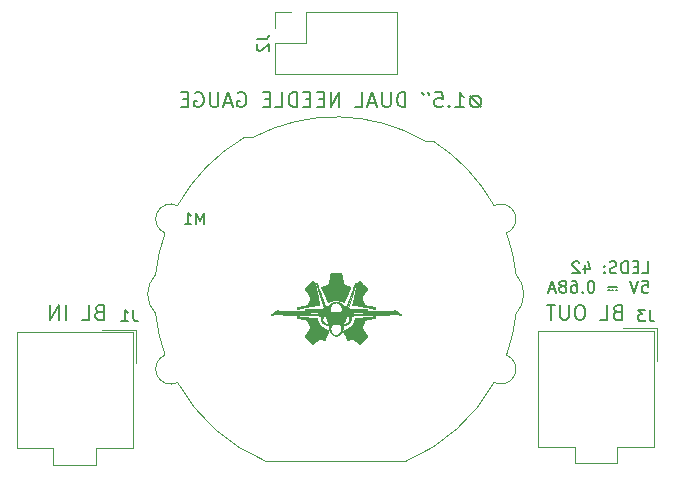
<source format=gbr>
%TF.GenerationSoftware,KiCad,Pcbnew,(5.1.12-1-10_14)*%
%TF.CreationDate,2021-11-28T15:33:12+11:00*%
%TF.ProjectId,dual_needle_gauge,6475616c-5f6e-4656-9564-6c655f676175,rev?*%
%TF.SameCoordinates,Original*%
%TF.FileFunction,Legend,Bot*%
%TF.FilePolarity,Positive*%
%FSLAX46Y46*%
G04 Gerber Fmt 4.6, Leading zero omitted, Abs format (unit mm)*
G04 Created by KiCad (PCBNEW (5.1.12-1-10_14)) date 2021-11-28 15:33:12*
%MOMM*%
%LPD*%
G01*
G04 APERTURE LIST*
%ADD10C,0.150000*%
%ADD11C,0.200000*%
%ADD12C,0.010000*%
%ADD13C,0.050000*%
%ADD14C,0.120000*%
G04 APERTURE END LIST*
D10*
X208127555Y-122990556D02*
X208603745Y-122990556D01*
X208603745Y-121990556D01*
X207794221Y-122466747D02*
X207460888Y-122466747D01*
X207318031Y-122990556D02*
X207794221Y-122990556D01*
X207794221Y-121990556D01*
X207318031Y-121990556D01*
X206889460Y-122990556D02*
X206889460Y-121990556D01*
X206651364Y-121990556D01*
X206508507Y-122038176D01*
X206413269Y-122133414D01*
X206365650Y-122228652D01*
X206318031Y-122419128D01*
X206318031Y-122561985D01*
X206365650Y-122752461D01*
X206413269Y-122847699D01*
X206508507Y-122942937D01*
X206651364Y-122990556D01*
X206889460Y-122990556D01*
X205937079Y-122942937D02*
X205794221Y-122990556D01*
X205556126Y-122990556D01*
X205460888Y-122942937D01*
X205413269Y-122895318D01*
X205365650Y-122800080D01*
X205365650Y-122704842D01*
X205413269Y-122609604D01*
X205460888Y-122561985D01*
X205556126Y-122514366D01*
X205746602Y-122466747D01*
X205841841Y-122419128D01*
X205889460Y-122371509D01*
X205937079Y-122276271D01*
X205937079Y-122181033D01*
X205889460Y-122085795D01*
X205841841Y-122038176D01*
X205746602Y-121990556D01*
X205508507Y-121990556D01*
X205365650Y-122038176D01*
X204937079Y-122895318D02*
X204889460Y-122942937D01*
X204937079Y-122990556D01*
X204984698Y-122942937D01*
X204937079Y-122895318D01*
X204937079Y-122990556D01*
X204937079Y-122371509D02*
X204889460Y-122419128D01*
X204937079Y-122466747D01*
X204984698Y-122419128D01*
X204937079Y-122371509D01*
X204937079Y-122466747D01*
X203270412Y-122323890D02*
X203270412Y-122990556D01*
X203508507Y-121942937D02*
X203746602Y-122657223D01*
X203127555Y-122657223D01*
X202794221Y-122085795D02*
X202746602Y-122038176D01*
X202651364Y-121990556D01*
X202413269Y-121990556D01*
X202318031Y-122038176D01*
X202270412Y-122085795D01*
X202222793Y-122181033D01*
X202222793Y-122276271D01*
X202270412Y-122419128D01*
X202841841Y-122990556D01*
X202222793Y-122990556D01*
X208127555Y-123640556D02*
X208603745Y-123640556D01*
X208651364Y-124116747D01*
X208603745Y-124069128D01*
X208508507Y-124021509D01*
X208270412Y-124021509D01*
X208175174Y-124069128D01*
X208127555Y-124116747D01*
X208079936Y-124211985D01*
X208079936Y-124450080D01*
X208127555Y-124545318D01*
X208175174Y-124592937D01*
X208270412Y-124640556D01*
X208508507Y-124640556D01*
X208603745Y-124592937D01*
X208651364Y-124545318D01*
X207794221Y-123640556D02*
X207460888Y-124640556D01*
X207127555Y-123640556D01*
X206032317Y-124402461D02*
X205937079Y-124402461D01*
X206032317Y-124116747D02*
X205270412Y-124116747D01*
X205698983Y-124402461D02*
X205603745Y-124402461D01*
X205365650Y-124402461D02*
X205270412Y-124402461D01*
X203841841Y-123640556D02*
X203746602Y-123640556D01*
X203651364Y-123688176D01*
X203603745Y-123735795D01*
X203556126Y-123831033D01*
X203508507Y-124021509D01*
X203508507Y-124259604D01*
X203556126Y-124450080D01*
X203603745Y-124545318D01*
X203651364Y-124592937D01*
X203746602Y-124640556D01*
X203841841Y-124640556D01*
X203937079Y-124592937D01*
X203984698Y-124545318D01*
X204032317Y-124450080D01*
X204079936Y-124259604D01*
X204079936Y-124021509D01*
X204032317Y-123831033D01*
X203984698Y-123735795D01*
X203937079Y-123688176D01*
X203841841Y-123640556D01*
X203079936Y-124545318D02*
X203032317Y-124592937D01*
X203079936Y-124640556D01*
X203127555Y-124592937D01*
X203079936Y-124545318D01*
X203079936Y-124640556D01*
X202175174Y-123640556D02*
X202365650Y-123640556D01*
X202460888Y-123688176D01*
X202508507Y-123735795D01*
X202603745Y-123878652D01*
X202651364Y-124069128D01*
X202651364Y-124450080D01*
X202603745Y-124545318D01*
X202556126Y-124592937D01*
X202460888Y-124640556D01*
X202270412Y-124640556D01*
X202175174Y-124592937D01*
X202127555Y-124545318D01*
X202079936Y-124450080D01*
X202079936Y-124211985D01*
X202127555Y-124116747D01*
X202175174Y-124069128D01*
X202270412Y-124021509D01*
X202460888Y-124021509D01*
X202556126Y-124069128D01*
X202603745Y-124116747D01*
X202651364Y-124211985D01*
X201508507Y-124069128D02*
X201603745Y-124021509D01*
X201651364Y-123973890D01*
X201698983Y-123878652D01*
X201698983Y-123831033D01*
X201651364Y-123735795D01*
X201603745Y-123688176D01*
X201508507Y-123640556D01*
X201318031Y-123640556D01*
X201222793Y-123688176D01*
X201175174Y-123735795D01*
X201127555Y-123831033D01*
X201127555Y-123878652D01*
X201175174Y-123973890D01*
X201222793Y-124021509D01*
X201318031Y-124069128D01*
X201508507Y-124069128D01*
X201603745Y-124116747D01*
X201651364Y-124164366D01*
X201698983Y-124259604D01*
X201698983Y-124450080D01*
X201651364Y-124545318D01*
X201603745Y-124592937D01*
X201508507Y-124640556D01*
X201318031Y-124640556D01*
X201222793Y-124592937D01*
X201175174Y-124545318D01*
X201127555Y-124450080D01*
X201127555Y-124259604D01*
X201175174Y-124164366D01*
X201222793Y-124116747D01*
X201318031Y-124069128D01*
X200746602Y-124354842D02*
X200270412Y-124354842D01*
X200841841Y-124640556D02*
X200508507Y-123640556D01*
X200175174Y-124640556D01*
D11*
X194154579Y-107976271D02*
X193916483Y-107976271D01*
X193678388Y-108095318D01*
X193559341Y-108333414D01*
X193559341Y-108571509D01*
X193678388Y-108809604D01*
X193916483Y-108928652D01*
X194154579Y-108928652D01*
X194392674Y-108809604D01*
X194511721Y-108571509D01*
X194511721Y-108333414D01*
X194392674Y-108095318D01*
X194154579Y-107976271D01*
X193559341Y-107976271D02*
X194511721Y-108928652D01*
X192309341Y-108928652D02*
X193023626Y-108928652D01*
X192666483Y-108928652D02*
X192666483Y-107678652D01*
X192785531Y-107857223D01*
X192904579Y-107976271D01*
X193023626Y-108035795D01*
X191773626Y-108809604D02*
X191714102Y-108869128D01*
X191773626Y-108928652D01*
X191833150Y-108869128D01*
X191773626Y-108809604D01*
X191773626Y-108928652D01*
X190583150Y-107678652D02*
X191178388Y-107678652D01*
X191237912Y-108273890D01*
X191178388Y-108214366D01*
X191059341Y-108154842D01*
X190761721Y-108154842D01*
X190642674Y-108214366D01*
X190583150Y-108273890D01*
X190523626Y-108392937D01*
X190523626Y-108690556D01*
X190583150Y-108809604D01*
X190642674Y-108869128D01*
X190761721Y-108928652D01*
X191059341Y-108928652D01*
X191178388Y-108869128D01*
X191237912Y-108809604D01*
X189987912Y-107678652D02*
X189987912Y-107738176D01*
X190047436Y-107857223D01*
X190106960Y-107916747D01*
X189511721Y-107678652D02*
X189511721Y-107738176D01*
X189571245Y-107857223D01*
X189630769Y-107916747D01*
X188083150Y-108928652D02*
X188083150Y-107678652D01*
X187785531Y-107678652D01*
X187606960Y-107738176D01*
X187487912Y-107857223D01*
X187428388Y-107976271D01*
X187368864Y-108214366D01*
X187368864Y-108392937D01*
X187428388Y-108631033D01*
X187487912Y-108750080D01*
X187606960Y-108869128D01*
X187785531Y-108928652D01*
X188083150Y-108928652D01*
X186833150Y-107678652D02*
X186833150Y-108690556D01*
X186773626Y-108809604D01*
X186714102Y-108869128D01*
X186595055Y-108928652D01*
X186356960Y-108928652D01*
X186237912Y-108869128D01*
X186178388Y-108809604D01*
X186118864Y-108690556D01*
X186118864Y-107678652D01*
X185583150Y-108571509D02*
X184987912Y-108571509D01*
X185702198Y-108928652D02*
X185285531Y-107678652D01*
X184868864Y-108928652D01*
X183856960Y-108928652D02*
X184452198Y-108928652D01*
X184452198Y-107678652D01*
X182487912Y-108928652D02*
X182487912Y-107678652D01*
X181773626Y-108928652D01*
X181773626Y-107678652D01*
X181178388Y-108273890D02*
X180761721Y-108273890D01*
X180583150Y-108928652D02*
X181178388Y-108928652D01*
X181178388Y-107678652D01*
X180583150Y-107678652D01*
X180047436Y-108273890D02*
X179630769Y-108273890D01*
X179452198Y-108928652D02*
X180047436Y-108928652D01*
X180047436Y-107678652D01*
X179452198Y-107678652D01*
X178916483Y-108928652D02*
X178916483Y-107678652D01*
X178618864Y-107678652D01*
X178440293Y-107738176D01*
X178321245Y-107857223D01*
X178261721Y-107976271D01*
X178202198Y-108214366D01*
X178202198Y-108392937D01*
X178261721Y-108631033D01*
X178321245Y-108750080D01*
X178440293Y-108869128D01*
X178618864Y-108928652D01*
X178916483Y-108928652D01*
X177071245Y-108928652D02*
X177666483Y-108928652D01*
X177666483Y-107678652D01*
X176654579Y-108273890D02*
X176237912Y-108273890D01*
X176059341Y-108928652D02*
X176654579Y-108928652D01*
X176654579Y-107678652D01*
X176059341Y-107678652D01*
X173916483Y-107738176D02*
X174035531Y-107678652D01*
X174214102Y-107678652D01*
X174392674Y-107738176D01*
X174511721Y-107857223D01*
X174571245Y-107976271D01*
X174630769Y-108214366D01*
X174630769Y-108392937D01*
X174571245Y-108631033D01*
X174511721Y-108750080D01*
X174392674Y-108869128D01*
X174214102Y-108928652D01*
X174095055Y-108928652D01*
X173916483Y-108869128D01*
X173856960Y-108809604D01*
X173856960Y-108392937D01*
X174095055Y-108392937D01*
X173380769Y-108571509D02*
X172785531Y-108571509D01*
X173499817Y-108928652D02*
X173083150Y-107678652D01*
X172666483Y-108928652D01*
X172249817Y-107678652D02*
X172249817Y-108690556D01*
X172190293Y-108809604D01*
X172130769Y-108869128D01*
X172011721Y-108928652D01*
X171773626Y-108928652D01*
X171654579Y-108869128D01*
X171595055Y-108809604D01*
X171535531Y-108690556D01*
X171535531Y-107678652D01*
X170285531Y-107738176D02*
X170404579Y-107678652D01*
X170583150Y-107678652D01*
X170761721Y-107738176D01*
X170880769Y-107857223D01*
X170940293Y-107976271D01*
X170999817Y-108214366D01*
X170999817Y-108392937D01*
X170940293Y-108631033D01*
X170880769Y-108750080D01*
X170761721Y-108869128D01*
X170583150Y-108928652D01*
X170464102Y-108928652D01*
X170285531Y-108869128D01*
X170226007Y-108809604D01*
X170226007Y-108392937D01*
X170464102Y-108392937D01*
X169690293Y-108273890D02*
X169273626Y-108273890D01*
X169095055Y-108928652D02*
X169690293Y-108928652D01*
X169690293Y-107678652D01*
X169095055Y-107678652D01*
D12*
%TO.C,G\u002A\u002A\u002A*%
G36*
X182222710Y-123011376D02*
G01*
X182202029Y-123011376D01*
X182132196Y-123011384D01*
X182070334Y-123011415D01*
X182015947Y-123011476D01*
X181968540Y-123011575D01*
X181927617Y-123011721D01*
X181892683Y-123011921D01*
X181863241Y-123012183D01*
X181838796Y-123012516D01*
X181818852Y-123012926D01*
X181802914Y-123013423D01*
X181790486Y-123014014D01*
X181781073Y-123014707D01*
X181774178Y-123015510D01*
X181769306Y-123016431D01*
X181765961Y-123017478D01*
X181764030Y-123018425D01*
X181754051Y-123026553D01*
X181747563Y-123035423D01*
X181746171Y-123040899D01*
X181743351Y-123054128D01*
X181739212Y-123074541D01*
X181733865Y-123101565D01*
X181727420Y-123134630D01*
X181719987Y-123173163D01*
X181711675Y-123216593D01*
X181702594Y-123264350D01*
X181692855Y-123315861D01*
X181682567Y-123370555D01*
X181671840Y-123427860D01*
X181664559Y-123466914D01*
X181653585Y-123525668D01*
X181642954Y-123582211D01*
X181632775Y-123635968D01*
X181623163Y-123686366D01*
X181614228Y-123732832D01*
X181606082Y-123774790D01*
X181598837Y-123811667D01*
X181592605Y-123842890D01*
X181587497Y-123867884D01*
X181583626Y-123886077D01*
X181581103Y-123896893D01*
X181580234Y-123899707D01*
X181572533Y-123911150D01*
X181564451Y-123920043D01*
X181559440Y-123922701D01*
X181547337Y-123928242D01*
X181528891Y-123936355D01*
X181504854Y-123946729D01*
X181475974Y-123959053D01*
X181443000Y-123973016D01*
X181406683Y-123988308D01*
X181367771Y-124004617D01*
X181327015Y-124021632D01*
X181285164Y-124039043D01*
X181242968Y-124056538D01*
X181201176Y-124073806D01*
X181160537Y-124090538D01*
X181121802Y-124106420D01*
X181085720Y-124121144D01*
X181053040Y-124134397D01*
X181024513Y-124145869D01*
X181000887Y-124155249D01*
X180982912Y-124162226D01*
X180971338Y-124166489D01*
X180967475Y-124167686D01*
X180967070Y-124169124D01*
X180967949Y-124173222D01*
X180970246Y-124180291D01*
X180974098Y-124190645D01*
X180979641Y-124204594D01*
X180987009Y-124222452D01*
X180996340Y-124244531D01*
X181007769Y-124271144D01*
X181021430Y-124302601D01*
X181037462Y-124339217D01*
X181055998Y-124381303D01*
X181077175Y-124429171D01*
X181101128Y-124483134D01*
X181127994Y-124543504D01*
X181157908Y-124610594D01*
X181191005Y-124684715D01*
X181227422Y-124766181D01*
X181234957Y-124783025D01*
X181265537Y-124851379D01*
X181295208Y-124917671D01*
X181323782Y-124981487D01*
X181351074Y-125042410D01*
X181376895Y-125100023D01*
X181401060Y-125153912D01*
X181423381Y-125203660D01*
X181443672Y-125248851D01*
X181461746Y-125289068D01*
X181477416Y-125323897D01*
X181490496Y-125352921D01*
X181500798Y-125375723D01*
X181508137Y-125391889D01*
X181512324Y-125401001D01*
X181513259Y-125402931D01*
X181515889Y-125404967D01*
X181521165Y-125405382D01*
X181530284Y-125403951D01*
X181544442Y-125400448D01*
X181564836Y-125394648D01*
X181578094Y-125390712D01*
X181638937Y-125373273D01*
X181704133Y-125355984D01*
X181771559Y-125339339D01*
X181839092Y-125323829D01*
X181904607Y-125309946D01*
X181965982Y-125298180D01*
X182009607Y-125290792D01*
X182035016Y-125287687D01*
X182067182Y-125285147D01*
X182104414Y-125283194D01*
X182145021Y-125281847D01*
X182187312Y-125281127D01*
X182229594Y-125281055D01*
X182270178Y-125281652D01*
X182307370Y-125282938D01*
X182339481Y-125284934D01*
X182356250Y-125286555D01*
X182404759Y-125293139D01*
X182459560Y-125302305D01*
X182519006Y-125313694D01*
X182581450Y-125326944D01*
X182645246Y-125341694D01*
X182708746Y-125357583D01*
X182770305Y-125374250D01*
X182813050Y-125386695D01*
X182835936Y-125393523D01*
X182855970Y-125399391D01*
X182871759Y-125403899D01*
X182881913Y-125406651D01*
X182885017Y-125407320D01*
X182887015Y-125403494D01*
X182892211Y-125392317D01*
X182900422Y-125374202D01*
X182911466Y-125349562D01*
X182925161Y-125318809D01*
X182941325Y-125282357D01*
X182959777Y-125240617D01*
X182980333Y-125194002D01*
X183002813Y-125142925D01*
X183027033Y-125087798D01*
X183052813Y-125029034D01*
X183079970Y-124967046D01*
X183108321Y-124902247D01*
X183137686Y-124835048D01*
X183156841Y-124791168D01*
X183186763Y-124722583D01*
X183215764Y-124656077D01*
X183243664Y-124592068D01*
X183270281Y-124530972D01*
X183295434Y-124473206D01*
X183318942Y-124419186D01*
X183340624Y-124369331D01*
X183360299Y-124324055D01*
X183377785Y-124283776D01*
X183392902Y-124248911D01*
X183405468Y-124219877D01*
X183415303Y-124197089D01*
X183422225Y-124180965D01*
X183426053Y-124171922D01*
X183426794Y-124170049D01*
X183423148Y-124167498D01*
X183412003Y-124161974D01*
X183393727Y-124153635D01*
X183368687Y-124142639D01*
X183337253Y-124129143D01*
X183299790Y-124113305D01*
X183256669Y-124095283D01*
X183208255Y-124075233D01*
X183154917Y-124053315D01*
X183143306Y-124048563D01*
X183096430Y-124029348D01*
X183051611Y-124010888D01*
X183009503Y-123993457D01*
X182970761Y-123977331D01*
X182936038Y-123962785D01*
X182905988Y-123950093D01*
X182881265Y-123939531D01*
X182862524Y-123931372D01*
X182850417Y-123925892D01*
X182845836Y-123923549D01*
X182834998Y-123913642D01*
X182826005Y-123901204D01*
X182825499Y-123900244D01*
X182823526Y-123893719D01*
X182820136Y-123879256D01*
X182815406Y-123857252D01*
X182809413Y-123828103D01*
X182802235Y-123792205D01*
X182793950Y-123749955D01*
X182784636Y-123701749D01*
X182774371Y-123647982D01*
X182763231Y-123589052D01*
X182751295Y-123525354D01*
X182739663Y-123462799D01*
X182728747Y-123404040D01*
X182718201Y-123347549D01*
X182708132Y-123293894D01*
X182698650Y-123243642D01*
X182689863Y-123197359D01*
X182681880Y-123155612D01*
X182674810Y-123118970D01*
X182668762Y-123087999D01*
X182663843Y-123063266D01*
X182660164Y-123045338D01*
X182657833Y-123034782D01*
X182657071Y-123032101D01*
X182655342Y-123028789D01*
X182653580Y-123025850D01*
X182651298Y-123023261D01*
X182648007Y-123021001D01*
X182643220Y-123019047D01*
X182636448Y-123017376D01*
X182627204Y-123015967D01*
X182614998Y-123014797D01*
X182599344Y-123013845D01*
X182579752Y-123013087D01*
X182555735Y-123012503D01*
X182526805Y-123012068D01*
X182492474Y-123011762D01*
X182452252Y-123011561D01*
X182405654Y-123011445D01*
X182352189Y-123011390D01*
X182291371Y-123011375D01*
X182222710Y-123011376D01*
G37*
X182222710Y-123011376D02*
X182202029Y-123011376D01*
X182132196Y-123011384D01*
X182070334Y-123011415D01*
X182015947Y-123011476D01*
X181968540Y-123011575D01*
X181927617Y-123011721D01*
X181892683Y-123011921D01*
X181863241Y-123012183D01*
X181838796Y-123012516D01*
X181818852Y-123012926D01*
X181802914Y-123013423D01*
X181790486Y-123014014D01*
X181781073Y-123014707D01*
X181774178Y-123015510D01*
X181769306Y-123016431D01*
X181765961Y-123017478D01*
X181764030Y-123018425D01*
X181754051Y-123026553D01*
X181747563Y-123035423D01*
X181746171Y-123040899D01*
X181743351Y-123054128D01*
X181739212Y-123074541D01*
X181733865Y-123101565D01*
X181727420Y-123134630D01*
X181719987Y-123173163D01*
X181711675Y-123216593D01*
X181702594Y-123264350D01*
X181692855Y-123315861D01*
X181682567Y-123370555D01*
X181671840Y-123427860D01*
X181664559Y-123466914D01*
X181653585Y-123525668D01*
X181642954Y-123582211D01*
X181632775Y-123635968D01*
X181623163Y-123686366D01*
X181614228Y-123732832D01*
X181606082Y-123774790D01*
X181598837Y-123811667D01*
X181592605Y-123842890D01*
X181587497Y-123867884D01*
X181583626Y-123886077D01*
X181581103Y-123896893D01*
X181580234Y-123899707D01*
X181572533Y-123911150D01*
X181564451Y-123920043D01*
X181559440Y-123922701D01*
X181547337Y-123928242D01*
X181528891Y-123936355D01*
X181504854Y-123946729D01*
X181475974Y-123959053D01*
X181443000Y-123973016D01*
X181406683Y-123988308D01*
X181367771Y-124004617D01*
X181327015Y-124021632D01*
X181285164Y-124039043D01*
X181242968Y-124056538D01*
X181201176Y-124073806D01*
X181160537Y-124090538D01*
X181121802Y-124106420D01*
X181085720Y-124121144D01*
X181053040Y-124134397D01*
X181024513Y-124145869D01*
X181000887Y-124155249D01*
X180982912Y-124162226D01*
X180971338Y-124166489D01*
X180967475Y-124167686D01*
X180967070Y-124169124D01*
X180967949Y-124173222D01*
X180970246Y-124180291D01*
X180974098Y-124190645D01*
X180979641Y-124204594D01*
X180987009Y-124222452D01*
X180996340Y-124244531D01*
X181007769Y-124271144D01*
X181021430Y-124302601D01*
X181037462Y-124339217D01*
X181055998Y-124381303D01*
X181077175Y-124429171D01*
X181101128Y-124483134D01*
X181127994Y-124543504D01*
X181157908Y-124610594D01*
X181191005Y-124684715D01*
X181227422Y-124766181D01*
X181234957Y-124783025D01*
X181265537Y-124851379D01*
X181295208Y-124917671D01*
X181323782Y-124981487D01*
X181351074Y-125042410D01*
X181376895Y-125100023D01*
X181401060Y-125153912D01*
X181423381Y-125203660D01*
X181443672Y-125248851D01*
X181461746Y-125289068D01*
X181477416Y-125323897D01*
X181490496Y-125352921D01*
X181500798Y-125375723D01*
X181508137Y-125391889D01*
X181512324Y-125401001D01*
X181513259Y-125402931D01*
X181515889Y-125404967D01*
X181521165Y-125405382D01*
X181530284Y-125403951D01*
X181544442Y-125400448D01*
X181564836Y-125394648D01*
X181578094Y-125390712D01*
X181638937Y-125373273D01*
X181704133Y-125355984D01*
X181771559Y-125339339D01*
X181839092Y-125323829D01*
X181904607Y-125309946D01*
X181965982Y-125298180D01*
X182009607Y-125290792D01*
X182035016Y-125287687D01*
X182067182Y-125285147D01*
X182104414Y-125283194D01*
X182145021Y-125281847D01*
X182187312Y-125281127D01*
X182229594Y-125281055D01*
X182270178Y-125281652D01*
X182307370Y-125282938D01*
X182339481Y-125284934D01*
X182356250Y-125286555D01*
X182404759Y-125293139D01*
X182459560Y-125302305D01*
X182519006Y-125313694D01*
X182581450Y-125326944D01*
X182645246Y-125341694D01*
X182708746Y-125357583D01*
X182770305Y-125374250D01*
X182813050Y-125386695D01*
X182835936Y-125393523D01*
X182855970Y-125399391D01*
X182871759Y-125403899D01*
X182881913Y-125406651D01*
X182885017Y-125407320D01*
X182887015Y-125403494D01*
X182892211Y-125392317D01*
X182900422Y-125374202D01*
X182911466Y-125349562D01*
X182925161Y-125318809D01*
X182941325Y-125282357D01*
X182959777Y-125240617D01*
X182980333Y-125194002D01*
X183002813Y-125142925D01*
X183027033Y-125087798D01*
X183052813Y-125029034D01*
X183079970Y-124967046D01*
X183108321Y-124902247D01*
X183137686Y-124835048D01*
X183156841Y-124791168D01*
X183186763Y-124722583D01*
X183215764Y-124656077D01*
X183243664Y-124592068D01*
X183270281Y-124530972D01*
X183295434Y-124473206D01*
X183318942Y-124419186D01*
X183340624Y-124369331D01*
X183360299Y-124324055D01*
X183377785Y-124283776D01*
X183392902Y-124248911D01*
X183405468Y-124219877D01*
X183415303Y-124197089D01*
X183422225Y-124180965D01*
X183426053Y-124171922D01*
X183426794Y-124170049D01*
X183423148Y-124167498D01*
X183412003Y-124161974D01*
X183393727Y-124153635D01*
X183368687Y-124142639D01*
X183337253Y-124129143D01*
X183299790Y-124113305D01*
X183256669Y-124095283D01*
X183208255Y-124075233D01*
X183154917Y-124053315D01*
X183143306Y-124048563D01*
X183096430Y-124029348D01*
X183051611Y-124010888D01*
X183009503Y-123993457D01*
X182970761Y-123977331D01*
X182936038Y-123962785D01*
X182905988Y-123950093D01*
X182881265Y-123939531D01*
X182862524Y-123931372D01*
X182850417Y-123925892D01*
X182845836Y-123923549D01*
X182834998Y-123913642D01*
X182826005Y-123901204D01*
X182825499Y-123900244D01*
X182823526Y-123893719D01*
X182820136Y-123879256D01*
X182815406Y-123857252D01*
X182809413Y-123828103D01*
X182802235Y-123792205D01*
X182793950Y-123749955D01*
X182784636Y-123701749D01*
X182774371Y-123647982D01*
X182763231Y-123589052D01*
X182751295Y-123525354D01*
X182739663Y-123462799D01*
X182728747Y-123404040D01*
X182718201Y-123347549D01*
X182708132Y-123293894D01*
X182698650Y-123243642D01*
X182689863Y-123197359D01*
X182681880Y-123155612D01*
X182674810Y-123118970D01*
X182668762Y-123087999D01*
X182663843Y-123063266D01*
X182660164Y-123045338D01*
X182657833Y-123034782D01*
X182657071Y-123032101D01*
X182655342Y-123028789D01*
X182653580Y-123025850D01*
X182651298Y-123023261D01*
X182648007Y-123021001D01*
X182643220Y-123019047D01*
X182636448Y-123017376D01*
X182627204Y-123015967D01*
X182614998Y-123014797D01*
X182599344Y-123013845D01*
X182579752Y-123013087D01*
X182555735Y-123012503D01*
X182526805Y-123012068D01*
X182492474Y-123011762D01*
X182452252Y-123011561D01*
X182405654Y-123011445D01*
X182352189Y-123011390D01*
X182291371Y-123011375D01*
X182222710Y-123011376D01*
G36*
X180181354Y-123673812D02*
G01*
X180176877Y-123677123D01*
X180166939Y-123685959D01*
X180152036Y-123699830D01*
X180132662Y-123718243D01*
X180109312Y-123740706D01*
X180082481Y-123766727D01*
X180052664Y-123795815D01*
X180020357Y-123827478D01*
X179986053Y-123861223D01*
X179950249Y-123896558D01*
X179913438Y-123932992D01*
X179876116Y-123970033D01*
X179838778Y-124007189D01*
X179801918Y-124043967D01*
X179766032Y-124079877D01*
X179731615Y-124114425D01*
X179699161Y-124147121D01*
X179669166Y-124177471D01*
X179642124Y-124204985D01*
X179618530Y-124229170D01*
X179598880Y-124249535D01*
X179583667Y-124265586D01*
X179573388Y-124276833D01*
X179568537Y-124282784D01*
X179568359Y-124283089D01*
X179563820Y-124299088D01*
X179564089Y-124309212D01*
X179566968Y-124315393D01*
X179574694Y-124328436D01*
X179587229Y-124348287D01*
X179604539Y-124374891D01*
X179626586Y-124408193D01*
X179653334Y-124448139D01*
X179684747Y-124494673D01*
X179720788Y-124547742D01*
X179761421Y-124607291D01*
X179806338Y-124672867D01*
X179845658Y-124730279D01*
X179882160Y-124783774D01*
X179915635Y-124833042D01*
X179945878Y-124877772D01*
X179972680Y-124917655D01*
X179995835Y-124952379D01*
X180015135Y-124981635D01*
X180030374Y-125005112D01*
X180041344Y-125022500D01*
X180047837Y-125033488D01*
X180049652Y-125037371D01*
X180051359Y-125050204D01*
X180050946Y-125061106D01*
X180050870Y-125061469D01*
X180048671Y-125067762D01*
X180043428Y-125081014D01*
X180035455Y-125100489D01*
X180025071Y-125125450D01*
X180012591Y-125155162D01*
X179998332Y-125188890D01*
X179982611Y-125225897D01*
X179965745Y-125265447D01*
X179948050Y-125306806D01*
X179929842Y-125349237D01*
X179911439Y-125392004D01*
X179893157Y-125434372D01*
X179875313Y-125475605D01*
X179858223Y-125514967D01*
X179842203Y-125551722D01*
X179827572Y-125585134D01*
X179814644Y-125614469D01*
X179803737Y-125638989D01*
X179795168Y-125657960D01*
X179789253Y-125670645D01*
X179786308Y-125676309D01*
X179786242Y-125676397D01*
X179776270Y-125686231D01*
X179766535Y-125692885D01*
X179760843Y-125694472D01*
X179747405Y-125697479D01*
X179726801Y-125701791D01*
X179699612Y-125707295D01*
X179666419Y-125713879D01*
X179627802Y-125721429D01*
X179584342Y-125729832D01*
X179536619Y-125738975D01*
X179485214Y-125748744D01*
X179430708Y-125759027D01*
X179373681Y-125769711D01*
X179342517Y-125775518D01*
X179274799Y-125788118D01*
X179214907Y-125799276D01*
X179162344Y-125809097D01*
X179116612Y-125817685D01*
X179077214Y-125825145D01*
X179043652Y-125831582D01*
X179015427Y-125837100D01*
X178992044Y-125841804D01*
X178973003Y-125845798D01*
X178957807Y-125849187D01*
X178945959Y-125852075D01*
X178936960Y-125854566D01*
X178930314Y-125856767D01*
X178925522Y-125858780D01*
X178922087Y-125860711D01*
X178919510Y-125862664D01*
X178917296Y-125864744D01*
X178917157Y-125864881D01*
X178904457Y-125877483D01*
X178901795Y-126025509D01*
X178911593Y-126025077D01*
X178917378Y-126024011D01*
X178930636Y-126021090D01*
X178950620Y-126016491D01*
X178976583Y-126010393D01*
X179007779Y-126002973D01*
X179043460Y-125994408D01*
X179082881Y-125984876D01*
X179125295Y-125974554D01*
X179169041Y-125963846D01*
X179262960Y-125940918D01*
X179349079Y-125920168D01*
X179427755Y-125901515D01*
X179499348Y-125884878D01*
X179564215Y-125870173D01*
X179622715Y-125857319D01*
X179675207Y-125846234D01*
X179722049Y-125836837D01*
X179740541Y-125833295D01*
X179755292Y-125830603D01*
X179777744Y-125826631D01*
X179807246Y-125821488D01*
X179843148Y-125815285D01*
X179884798Y-125808135D01*
X179931547Y-125800147D01*
X179982743Y-125791433D01*
X180037736Y-125782103D01*
X180095876Y-125772268D01*
X180156511Y-125762040D01*
X180218991Y-125751530D01*
X180282665Y-125740847D01*
X180288758Y-125739827D01*
X180351279Y-125729317D01*
X180411835Y-125719065D01*
X180469858Y-125709169D01*
X180524779Y-125699731D01*
X180576032Y-125690849D01*
X180623047Y-125682625D01*
X180665257Y-125675158D01*
X180702094Y-125668548D01*
X180732990Y-125662895D01*
X180757376Y-125658299D01*
X180774684Y-125654861D01*
X180784347Y-125652679D01*
X180785487Y-125652347D01*
X180799807Y-125647342D01*
X180807538Y-125643419D01*
X180810253Y-125639415D01*
X180809632Y-125634515D01*
X180807714Y-125627765D01*
X180805440Y-125619199D01*
X180802741Y-125608496D01*
X180799545Y-125595332D01*
X180795781Y-125579385D01*
X180791378Y-125560333D01*
X180786266Y-125537851D01*
X180780373Y-125511619D01*
X180773629Y-125481312D01*
X180765963Y-125446608D01*
X180757304Y-125407186D01*
X180747581Y-125362721D01*
X180736723Y-125312891D01*
X180724659Y-125257373D01*
X180711318Y-125195845D01*
X180696630Y-125127985D01*
X180680524Y-125053468D01*
X180662929Y-124971973D01*
X180643773Y-124883177D01*
X180622987Y-124786757D01*
X180600498Y-124682390D01*
X180599828Y-124679278D01*
X180412408Y-123809297D01*
X180313997Y-123741595D01*
X180287956Y-123723906D01*
X180263679Y-123707846D01*
X180242178Y-123694048D01*
X180224462Y-123683147D01*
X180211539Y-123675778D01*
X180204422Y-123672574D01*
X180204035Y-123672503D01*
X180190619Y-123672452D01*
X180181354Y-123673812D01*
G37*
X180181354Y-123673812D02*
X180176877Y-123677123D01*
X180166939Y-123685959D01*
X180152036Y-123699830D01*
X180132662Y-123718243D01*
X180109312Y-123740706D01*
X180082481Y-123766727D01*
X180052664Y-123795815D01*
X180020357Y-123827478D01*
X179986053Y-123861223D01*
X179950249Y-123896558D01*
X179913438Y-123932992D01*
X179876116Y-123970033D01*
X179838778Y-124007189D01*
X179801918Y-124043967D01*
X179766032Y-124079877D01*
X179731615Y-124114425D01*
X179699161Y-124147121D01*
X179669166Y-124177471D01*
X179642124Y-124204985D01*
X179618530Y-124229170D01*
X179598880Y-124249535D01*
X179583667Y-124265586D01*
X179573388Y-124276833D01*
X179568537Y-124282784D01*
X179568359Y-124283089D01*
X179563820Y-124299088D01*
X179564089Y-124309212D01*
X179566968Y-124315393D01*
X179574694Y-124328436D01*
X179587229Y-124348287D01*
X179604539Y-124374891D01*
X179626586Y-124408193D01*
X179653334Y-124448139D01*
X179684747Y-124494673D01*
X179720788Y-124547742D01*
X179761421Y-124607291D01*
X179806338Y-124672867D01*
X179845658Y-124730279D01*
X179882160Y-124783774D01*
X179915635Y-124833042D01*
X179945878Y-124877772D01*
X179972680Y-124917655D01*
X179995835Y-124952379D01*
X180015135Y-124981635D01*
X180030374Y-125005112D01*
X180041344Y-125022500D01*
X180047837Y-125033488D01*
X180049652Y-125037371D01*
X180051359Y-125050204D01*
X180050946Y-125061106D01*
X180050870Y-125061469D01*
X180048671Y-125067762D01*
X180043428Y-125081014D01*
X180035455Y-125100489D01*
X180025071Y-125125450D01*
X180012591Y-125155162D01*
X179998332Y-125188890D01*
X179982611Y-125225897D01*
X179965745Y-125265447D01*
X179948050Y-125306806D01*
X179929842Y-125349237D01*
X179911439Y-125392004D01*
X179893157Y-125434372D01*
X179875313Y-125475605D01*
X179858223Y-125514967D01*
X179842203Y-125551722D01*
X179827572Y-125585134D01*
X179814644Y-125614469D01*
X179803737Y-125638989D01*
X179795168Y-125657960D01*
X179789253Y-125670645D01*
X179786308Y-125676309D01*
X179786242Y-125676397D01*
X179776270Y-125686231D01*
X179766535Y-125692885D01*
X179760843Y-125694472D01*
X179747405Y-125697479D01*
X179726801Y-125701791D01*
X179699612Y-125707295D01*
X179666419Y-125713879D01*
X179627802Y-125721429D01*
X179584342Y-125729832D01*
X179536619Y-125738975D01*
X179485214Y-125748744D01*
X179430708Y-125759027D01*
X179373681Y-125769711D01*
X179342517Y-125775518D01*
X179274799Y-125788118D01*
X179214907Y-125799276D01*
X179162344Y-125809097D01*
X179116612Y-125817685D01*
X179077214Y-125825145D01*
X179043652Y-125831582D01*
X179015427Y-125837100D01*
X178992044Y-125841804D01*
X178973003Y-125845798D01*
X178957807Y-125849187D01*
X178945959Y-125852075D01*
X178936960Y-125854566D01*
X178930314Y-125856767D01*
X178925522Y-125858780D01*
X178922087Y-125860711D01*
X178919510Y-125862664D01*
X178917296Y-125864744D01*
X178917157Y-125864881D01*
X178904457Y-125877483D01*
X178901795Y-126025509D01*
X178911593Y-126025077D01*
X178917378Y-126024011D01*
X178930636Y-126021090D01*
X178950620Y-126016491D01*
X178976583Y-126010393D01*
X179007779Y-126002973D01*
X179043460Y-125994408D01*
X179082881Y-125984876D01*
X179125295Y-125974554D01*
X179169041Y-125963846D01*
X179262960Y-125940918D01*
X179349079Y-125920168D01*
X179427755Y-125901515D01*
X179499348Y-125884878D01*
X179564215Y-125870173D01*
X179622715Y-125857319D01*
X179675207Y-125846234D01*
X179722049Y-125836837D01*
X179740541Y-125833295D01*
X179755292Y-125830603D01*
X179777744Y-125826631D01*
X179807246Y-125821488D01*
X179843148Y-125815285D01*
X179884798Y-125808135D01*
X179931547Y-125800147D01*
X179982743Y-125791433D01*
X180037736Y-125782103D01*
X180095876Y-125772268D01*
X180156511Y-125762040D01*
X180218991Y-125751530D01*
X180282665Y-125740847D01*
X180288758Y-125739827D01*
X180351279Y-125729317D01*
X180411835Y-125719065D01*
X180469858Y-125709169D01*
X180524779Y-125699731D01*
X180576032Y-125690849D01*
X180623047Y-125682625D01*
X180665257Y-125675158D01*
X180702094Y-125668548D01*
X180732990Y-125662895D01*
X180757376Y-125658299D01*
X180774684Y-125654861D01*
X180784347Y-125652679D01*
X180785487Y-125652347D01*
X180799807Y-125647342D01*
X180807538Y-125643419D01*
X180810253Y-125639415D01*
X180809632Y-125634515D01*
X180807714Y-125627765D01*
X180805440Y-125619199D01*
X180802741Y-125608496D01*
X180799545Y-125595332D01*
X180795781Y-125579385D01*
X180791378Y-125560333D01*
X180786266Y-125537851D01*
X180780373Y-125511619D01*
X180773629Y-125481312D01*
X180765963Y-125446608D01*
X180757304Y-125407186D01*
X180747581Y-125362721D01*
X180736723Y-125312891D01*
X180724659Y-125257373D01*
X180711318Y-125195845D01*
X180696630Y-125127985D01*
X180680524Y-125053468D01*
X180662929Y-124971973D01*
X180643773Y-124883177D01*
X180622987Y-124786757D01*
X180600498Y-124682390D01*
X180599828Y-124679278D01*
X180412408Y-123809297D01*
X180313997Y-123741595D01*
X180287956Y-123723906D01*
X180263679Y-123707846D01*
X180242178Y-123694048D01*
X180224462Y-123683147D01*
X180211539Y-123675778D01*
X180204422Y-123672574D01*
X180204035Y-123672503D01*
X180190619Y-123672452D01*
X180181354Y-123673812D01*
G36*
X184210872Y-123671919D02*
G01*
X184204864Y-123672268D01*
X184198663Y-123673572D01*
X184191367Y-123676353D01*
X184182074Y-123681138D01*
X184169882Y-123688449D01*
X184153888Y-123698812D01*
X184133190Y-123712751D01*
X184106886Y-123730790D01*
X184092509Y-123740711D01*
X183993126Y-123809359D01*
X183801918Y-124696066D01*
X183783493Y-124781467D01*
X183765487Y-124864845D01*
X183747985Y-124945810D01*
X183731072Y-125023969D01*
X183714834Y-125098930D01*
X183699356Y-125170301D01*
X183684724Y-125237689D01*
X183671022Y-125300704D01*
X183658336Y-125358953D01*
X183646752Y-125412043D01*
X183636355Y-125459584D01*
X183627230Y-125501182D01*
X183619463Y-125536447D01*
X183613139Y-125564985D01*
X183608343Y-125586405D01*
X183605161Y-125600315D01*
X183603706Y-125606232D01*
X183599450Y-125620371D01*
X183595909Y-125631927D01*
X183594392Y-125636729D01*
X183594776Y-125641016D01*
X183599919Y-125645031D01*
X183611178Y-125649594D01*
X183621053Y-125652816D01*
X183628997Y-125654696D01*
X183644731Y-125657859D01*
X183667690Y-125662204D01*
X183697310Y-125667633D01*
X183733026Y-125674047D01*
X183774276Y-125681346D01*
X183820495Y-125689432D01*
X183871118Y-125698207D01*
X183925583Y-125707569D01*
X183983323Y-125717422D01*
X184043777Y-125727665D01*
X184106379Y-125738201D01*
X184130508Y-125742242D01*
X184215111Y-125756398D01*
X184292045Y-125769292D01*
X184361991Y-125781061D01*
X184425631Y-125791841D01*
X184483646Y-125801767D01*
X184536717Y-125810975D01*
X184585525Y-125819602D01*
X184630753Y-125827783D01*
X184673081Y-125835654D01*
X184713190Y-125843351D01*
X184751763Y-125851010D01*
X184789480Y-125858767D01*
X184827023Y-125866758D01*
X184865072Y-125875119D01*
X184904311Y-125883986D01*
X184945419Y-125893494D01*
X184989078Y-125903780D01*
X185035970Y-125914980D01*
X185086776Y-125927229D01*
X185142177Y-125940664D01*
X185202855Y-125955420D01*
X185220266Y-125959657D01*
X185266800Y-125970961D01*
X185310971Y-125981651D01*
X185352083Y-125991562D01*
X185389437Y-126000527D01*
X185422336Y-126008380D01*
X185450082Y-126014955D01*
X185471979Y-126020085D01*
X185487328Y-126023605D01*
X185495431Y-126025347D01*
X185496491Y-126025509D01*
X185498650Y-126023812D01*
X185500209Y-126018050D01*
X185501247Y-126007212D01*
X185501848Y-125990288D01*
X185502091Y-125966269D01*
X185502107Y-125955858D01*
X185501891Y-125926288D01*
X185501070Y-125903922D01*
X185499394Y-125887502D01*
X185496606Y-125875773D01*
X185492455Y-125867478D01*
X185486686Y-125861361D01*
X185482400Y-125858251D01*
X185476692Y-125856456D01*
X185463082Y-125853244D01*
X185442004Y-125848699D01*
X185413890Y-125842906D01*
X185379170Y-125835950D01*
X185338277Y-125827917D01*
X185291643Y-125818891D01*
X185239700Y-125808956D01*
X185182879Y-125798198D01*
X185121612Y-125786702D01*
X185060778Y-125775377D01*
X184992642Y-125762727D01*
X184932336Y-125751502D01*
X184879360Y-125741599D01*
X184833218Y-125732915D01*
X184793410Y-125725349D01*
X184759439Y-125718799D01*
X184730805Y-125713161D01*
X184707010Y-125708335D01*
X184687557Y-125704217D01*
X184671946Y-125700706D01*
X184659679Y-125697699D01*
X184650259Y-125695095D01*
X184643186Y-125692791D01*
X184637962Y-125690684D01*
X184634089Y-125688673D01*
X184632261Y-125687507D01*
X184629077Y-125685188D01*
X184625979Y-125682401D01*
X184622718Y-125678619D01*
X184619048Y-125673310D01*
X184614721Y-125665947D01*
X184609490Y-125656001D01*
X184603107Y-125642941D01*
X184595325Y-125626240D01*
X184585897Y-125605367D01*
X184574575Y-125579794D01*
X184561112Y-125548992D01*
X184545261Y-125512432D01*
X184526773Y-125469583D01*
X184505403Y-125419918D01*
X184485430Y-125373447D01*
X184460678Y-125315815D01*
X184439088Y-125265423D01*
X184420469Y-125221735D01*
X184404631Y-125184215D01*
X184391383Y-125152329D01*
X184380536Y-125125539D01*
X184371900Y-125103312D01*
X184365284Y-125085111D01*
X184360498Y-125070401D01*
X184357353Y-125058646D01*
X184355657Y-125049310D01*
X184355222Y-125041859D01*
X184355856Y-125035756D01*
X184357370Y-125030467D01*
X184359573Y-125025455D01*
X184360937Y-125022764D01*
X184364155Y-125017667D01*
X184371834Y-125006089D01*
X184383639Y-124988525D01*
X184399232Y-124965468D01*
X184418276Y-124937414D01*
X184440435Y-124904858D01*
X184465372Y-124868292D01*
X184492750Y-124828213D01*
X184522233Y-124785115D01*
X184553483Y-124739492D01*
X184586164Y-124691838D01*
X184600777Y-124670550D01*
X184633942Y-124622198D01*
X184665789Y-124575676D01*
X184695983Y-124531476D01*
X184724192Y-124490091D01*
X184750081Y-124452014D01*
X184773317Y-124417736D01*
X184793566Y-124387751D01*
X184810495Y-124362551D01*
X184823770Y-124342629D01*
X184833057Y-124328478D01*
X184838023Y-124320589D01*
X184838754Y-124319226D01*
X184840492Y-124314787D01*
X184841837Y-124310649D01*
X184842466Y-124306446D01*
X184842053Y-124301813D01*
X184840274Y-124296383D01*
X184836805Y-124289793D01*
X184831321Y-124281675D01*
X184823498Y-124271664D01*
X184813011Y-124259395D01*
X184799536Y-124244503D01*
X184782749Y-124226621D01*
X184762324Y-124205384D01*
X184737938Y-124180427D01*
X184709266Y-124151384D01*
X184675984Y-124117889D01*
X184637767Y-124079577D01*
X184594290Y-124036082D01*
X184545230Y-123987039D01*
X184533663Y-123975476D01*
X184229853Y-123671776D01*
X184210872Y-123671919D01*
G37*
X184210872Y-123671919D02*
X184204864Y-123672268D01*
X184198663Y-123673572D01*
X184191367Y-123676353D01*
X184182074Y-123681138D01*
X184169882Y-123688449D01*
X184153888Y-123698812D01*
X184133190Y-123712751D01*
X184106886Y-123730790D01*
X184092509Y-123740711D01*
X183993126Y-123809359D01*
X183801918Y-124696066D01*
X183783493Y-124781467D01*
X183765487Y-124864845D01*
X183747985Y-124945810D01*
X183731072Y-125023969D01*
X183714834Y-125098930D01*
X183699356Y-125170301D01*
X183684724Y-125237689D01*
X183671022Y-125300704D01*
X183658336Y-125358953D01*
X183646752Y-125412043D01*
X183636355Y-125459584D01*
X183627230Y-125501182D01*
X183619463Y-125536447D01*
X183613139Y-125564985D01*
X183608343Y-125586405D01*
X183605161Y-125600315D01*
X183603706Y-125606232D01*
X183599450Y-125620371D01*
X183595909Y-125631927D01*
X183594392Y-125636729D01*
X183594776Y-125641016D01*
X183599919Y-125645031D01*
X183611178Y-125649594D01*
X183621053Y-125652816D01*
X183628997Y-125654696D01*
X183644731Y-125657859D01*
X183667690Y-125662204D01*
X183697310Y-125667633D01*
X183733026Y-125674047D01*
X183774276Y-125681346D01*
X183820495Y-125689432D01*
X183871118Y-125698207D01*
X183925583Y-125707569D01*
X183983323Y-125717422D01*
X184043777Y-125727665D01*
X184106379Y-125738201D01*
X184130508Y-125742242D01*
X184215111Y-125756398D01*
X184292045Y-125769292D01*
X184361991Y-125781061D01*
X184425631Y-125791841D01*
X184483646Y-125801767D01*
X184536717Y-125810975D01*
X184585525Y-125819602D01*
X184630753Y-125827783D01*
X184673081Y-125835654D01*
X184713190Y-125843351D01*
X184751763Y-125851010D01*
X184789480Y-125858767D01*
X184827023Y-125866758D01*
X184865072Y-125875119D01*
X184904311Y-125883986D01*
X184945419Y-125893494D01*
X184989078Y-125903780D01*
X185035970Y-125914980D01*
X185086776Y-125927229D01*
X185142177Y-125940664D01*
X185202855Y-125955420D01*
X185220266Y-125959657D01*
X185266800Y-125970961D01*
X185310971Y-125981651D01*
X185352083Y-125991562D01*
X185389437Y-126000527D01*
X185422336Y-126008380D01*
X185450082Y-126014955D01*
X185471979Y-126020085D01*
X185487328Y-126023605D01*
X185495431Y-126025347D01*
X185496491Y-126025509D01*
X185498650Y-126023812D01*
X185500209Y-126018050D01*
X185501247Y-126007212D01*
X185501848Y-125990288D01*
X185502091Y-125966269D01*
X185502107Y-125955858D01*
X185501891Y-125926288D01*
X185501070Y-125903922D01*
X185499394Y-125887502D01*
X185496606Y-125875773D01*
X185492455Y-125867478D01*
X185486686Y-125861361D01*
X185482400Y-125858251D01*
X185476692Y-125856456D01*
X185463082Y-125853244D01*
X185442004Y-125848699D01*
X185413890Y-125842906D01*
X185379170Y-125835950D01*
X185338277Y-125827917D01*
X185291643Y-125818891D01*
X185239700Y-125808956D01*
X185182879Y-125798198D01*
X185121612Y-125786702D01*
X185060778Y-125775377D01*
X184992642Y-125762727D01*
X184932336Y-125751502D01*
X184879360Y-125741599D01*
X184833218Y-125732915D01*
X184793410Y-125725349D01*
X184759439Y-125718799D01*
X184730805Y-125713161D01*
X184707010Y-125708335D01*
X184687557Y-125704217D01*
X184671946Y-125700706D01*
X184659679Y-125697699D01*
X184650259Y-125695095D01*
X184643186Y-125692791D01*
X184637962Y-125690684D01*
X184634089Y-125688673D01*
X184632261Y-125687507D01*
X184629077Y-125685188D01*
X184625979Y-125682401D01*
X184622718Y-125678619D01*
X184619048Y-125673310D01*
X184614721Y-125665947D01*
X184609490Y-125656001D01*
X184603107Y-125642941D01*
X184595325Y-125626240D01*
X184585897Y-125605367D01*
X184574575Y-125579794D01*
X184561112Y-125548992D01*
X184545261Y-125512432D01*
X184526773Y-125469583D01*
X184505403Y-125419918D01*
X184485430Y-125373447D01*
X184460678Y-125315815D01*
X184439088Y-125265423D01*
X184420469Y-125221735D01*
X184404631Y-125184215D01*
X184391383Y-125152329D01*
X184380536Y-125125539D01*
X184371900Y-125103312D01*
X184365284Y-125085111D01*
X184360498Y-125070401D01*
X184357353Y-125058646D01*
X184355657Y-125049310D01*
X184355222Y-125041859D01*
X184355856Y-125035756D01*
X184357370Y-125030467D01*
X184359573Y-125025455D01*
X184360937Y-125022764D01*
X184364155Y-125017667D01*
X184371834Y-125006089D01*
X184383639Y-124988525D01*
X184399232Y-124965468D01*
X184418276Y-124937414D01*
X184440435Y-124904858D01*
X184465372Y-124868292D01*
X184492750Y-124828213D01*
X184522233Y-124785115D01*
X184553483Y-124739492D01*
X184586164Y-124691838D01*
X184600777Y-124670550D01*
X184633942Y-124622198D01*
X184665789Y-124575676D01*
X184695983Y-124531476D01*
X184724192Y-124490091D01*
X184750081Y-124452014D01*
X184773317Y-124417736D01*
X184793566Y-124387751D01*
X184810495Y-124362551D01*
X184823770Y-124342629D01*
X184833057Y-124328478D01*
X184838023Y-124320589D01*
X184838754Y-124319226D01*
X184840492Y-124314787D01*
X184841837Y-124310649D01*
X184842466Y-124306446D01*
X184842053Y-124301813D01*
X184840274Y-124296383D01*
X184836805Y-124289793D01*
X184831321Y-124281675D01*
X184823498Y-124271664D01*
X184813011Y-124259395D01*
X184799536Y-124244503D01*
X184782749Y-124226621D01*
X184762324Y-124205384D01*
X184737938Y-124180427D01*
X184709266Y-124151384D01*
X184675984Y-124117889D01*
X184637767Y-124079577D01*
X184594290Y-124036082D01*
X184545230Y-123987039D01*
X184533663Y-123975476D01*
X184229853Y-123671776D01*
X184210872Y-123671919D01*
G36*
X183812342Y-123834118D02*
G01*
X183806003Y-123837290D01*
X183802176Y-123844470D01*
X183801967Y-123845047D01*
X183799480Y-123852020D01*
X183794317Y-123866508D01*
X183786643Y-123888049D01*
X183776622Y-123916183D01*
X183764419Y-123950447D01*
X183750198Y-123990380D01*
X183734122Y-124035522D01*
X183716357Y-124085410D01*
X183697066Y-124139583D01*
X183676414Y-124197580D01*
X183654565Y-124258940D01*
X183631683Y-124323201D01*
X183607933Y-124389901D01*
X183583479Y-124458580D01*
X183558485Y-124528776D01*
X183533115Y-124600027D01*
X183507534Y-124671872D01*
X183481907Y-124743850D01*
X183456396Y-124815500D01*
X183431167Y-124886360D01*
X183406384Y-124955968D01*
X183382211Y-125023864D01*
X183358812Y-125089586D01*
X183336352Y-125152672D01*
X183314996Y-125212661D01*
X183294906Y-125269092D01*
X183276247Y-125321504D01*
X183259185Y-125369434D01*
X183243883Y-125412423D01*
X183230504Y-125450007D01*
X183219215Y-125481726D01*
X183216755Y-125488639D01*
X183198923Y-125538725D01*
X183181913Y-125586470D01*
X183165937Y-125631277D01*
X183151207Y-125672551D01*
X183137938Y-125709698D01*
X183126341Y-125742120D01*
X183116630Y-125769224D01*
X183109018Y-125790413D01*
X183103717Y-125805093D01*
X183100940Y-125812667D01*
X183100568Y-125813603D01*
X183096491Y-125812870D01*
X183087567Y-125809652D01*
X183085007Y-125808605D01*
X183067524Y-125803020D01*
X183042956Y-125797644D01*
X183012685Y-125792650D01*
X182978093Y-125788209D01*
X182940561Y-125784493D01*
X182901472Y-125781675D01*
X182862206Y-125779926D01*
X182852723Y-125779680D01*
X182808194Y-125778702D01*
X182787769Y-125744267D01*
X182763137Y-125705951D01*
X182734574Y-125666918D01*
X182703550Y-125628884D01*
X182671539Y-125593569D01*
X182640012Y-125562690D01*
X182612002Y-125539143D01*
X182582827Y-125519593D01*
X182546853Y-125499765D01*
X182505695Y-125480324D01*
X182460968Y-125461937D01*
X182414287Y-125445269D01*
X182367266Y-125430987D01*
X182323634Y-125420209D01*
X182289921Y-125414731D01*
X182250542Y-125411270D01*
X182208055Y-125409827D01*
X182165018Y-125410401D01*
X182123988Y-125412994D01*
X182087522Y-125417604D01*
X182073868Y-125420209D01*
X182021761Y-125433245D01*
X181969716Y-125449608D01*
X181919268Y-125468644D01*
X181871954Y-125489698D01*
X181829310Y-125512116D01*
X181792871Y-125535244D01*
X181778330Y-125546169D01*
X181747684Y-125573149D01*
X181715493Y-125605828D01*
X181683517Y-125642112D01*
X181653518Y-125679905D01*
X181627256Y-125717112D01*
X181608037Y-125748790D01*
X181591646Y-125778656D01*
X181543832Y-125779697D01*
X181488554Y-125782121D01*
X181434577Y-125786825D01*
X181383728Y-125793573D01*
X181337837Y-125802128D01*
X181303778Y-125810738D01*
X181303058Y-125810604D01*
X181302096Y-125809669D01*
X181300801Y-125807688D01*
X181299085Y-125804412D01*
X181296858Y-125799597D01*
X181294032Y-125792994D01*
X181290517Y-125784357D01*
X181286224Y-125773439D01*
X181281064Y-125759994D01*
X181274948Y-125743776D01*
X181267787Y-125724536D01*
X181259491Y-125702029D01*
X181249972Y-125676008D01*
X181239140Y-125646227D01*
X181226906Y-125612437D01*
X181213181Y-125574394D01*
X181197876Y-125531850D01*
X181180901Y-125484558D01*
X181162169Y-125432272D01*
X181141588Y-125374745D01*
X181119071Y-125311730D01*
X181094529Y-125242981D01*
X181067871Y-125168251D01*
X181039009Y-125087293D01*
X181007854Y-124999861D01*
X180974317Y-124905707D01*
X180938308Y-124804586D01*
X180899738Y-124696250D01*
X180858519Y-124580453D01*
X180814561Y-124456948D01*
X180810352Y-124445122D01*
X180593392Y-123835522D01*
X180574723Y-123834272D01*
X180561632Y-123834376D01*
X180552510Y-123837952D01*
X180544022Y-123845579D01*
X180531991Y-123858137D01*
X180842082Y-124904882D01*
X181152173Y-125951628D01*
X181141108Y-125960451D01*
X181134259Y-125964863D01*
X181121074Y-125972435D01*
X181102770Y-125982501D01*
X181080566Y-125994399D01*
X181055678Y-126007464D01*
X181040629Y-126015245D01*
X180951213Y-126061217D01*
X180647882Y-126043615D01*
X180557894Y-126038400D01*
X180475905Y-126033668D01*
X180401464Y-126029397D01*
X180334117Y-126025567D01*
X180273412Y-126022156D01*
X180218897Y-126019144D01*
X180170120Y-126016511D01*
X180126628Y-126014235D01*
X180087968Y-126012295D01*
X180053690Y-126010671D01*
X180023339Y-126009341D01*
X179996464Y-126008286D01*
X179972613Y-126007483D01*
X179951333Y-126006913D01*
X179932171Y-126006554D01*
X179914676Y-126006386D01*
X179898395Y-126006387D01*
X179882875Y-126006537D01*
X179867665Y-126006815D01*
X179855601Y-126007111D01*
X179796300Y-126009062D01*
X179743995Y-126011547D01*
X179698998Y-126014543D01*
X179661625Y-126018027D01*
X179632188Y-126021975D01*
X179617315Y-126024812D01*
X179592532Y-126033230D01*
X179573223Y-126046760D01*
X179557835Y-126066682D01*
X179551113Y-126079471D01*
X179547036Y-126087862D01*
X179543982Y-126094715D01*
X179542665Y-126100327D01*
X179543795Y-126104996D01*
X179548083Y-126109019D01*
X179556242Y-126112694D01*
X179568983Y-126116318D01*
X179587018Y-126120189D01*
X179611057Y-126124605D01*
X179641813Y-126129862D01*
X179679996Y-126136259D01*
X179691560Y-126138201D01*
X179736109Y-126145731D01*
X179772818Y-126152016D01*
X179802207Y-126157159D01*
X179824795Y-126161260D01*
X179841101Y-126164420D01*
X179851644Y-126166740D01*
X179856945Y-126168321D01*
X179857521Y-126169264D01*
X179853894Y-126169670D01*
X179853485Y-126169682D01*
X179848356Y-126169833D01*
X179835232Y-126170232D01*
X179814578Y-126170864D01*
X179786862Y-126171714D01*
X179752549Y-126172767D01*
X179712107Y-126174011D01*
X179666001Y-126175430D01*
X179614699Y-126177009D01*
X179558667Y-126178736D01*
X179498372Y-126180594D01*
X179434279Y-126182570D01*
X179366857Y-126184650D01*
X179296572Y-126186818D01*
X179223889Y-126189061D01*
X179199204Y-126189824D01*
X178553390Y-126209762D01*
X177963070Y-126187769D01*
X177892087Y-126185120D01*
X177822811Y-126182524D01*
X177755779Y-126180003D01*
X177691527Y-126177578D01*
X177630591Y-126175268D01*
X177573508Y-126173095D01*
X177520814Y-126171078D01*
X177473045Y-126169239D01*
X177430738Y-126167598D01*
X177394428Y-126166176D01*
X177364653Y-126164992D01*
X177341948Y-126164068D01*
X177326850Y-126163425D01*
X177321710Y-126163184D01*
X177270669Y-126160592D01*
X177272450Y-126148458D01*
X177271715Y-126132755D01*
X177264775Y-126122022D01*
X177252490Y-126116564D01*
X177235723Y-126116685D01*
X177215332Y-126122691D01*
X177208447Y-126125777D01*
X177202070Y-126129673D01*
X177189558Y-126138054D01*
X177171619Y-126150413D01*
X177148956Y-126166244D01*
X177122277Y-126185041D01*
X177092286Y-126206298D01*
X177059689Y-126229509D01*
X177025191Y-126254169D01*
X176989499Y-126279769D01*
X176953318Y-126305805D01*
X176917353Y-126331771D01*
X176882310Y-126357160D01*
X176848895Y-126381466D01*
X176817813Y-126404184D01*
X176789770Y-126424806D01*
X176765471Y-126442827D01*
X176745622Y-126457741D01*
X176745067Y-126458161D01*
X176723804Y-126477265D01*
X176709549Y-126497558D01*
X176701675Y-126517944D01*
X176699341Y-126533176D01*
X176702512Y-126543441D01*
X176711783Y-126549158D01*
X176727748Y-126550749D01*
X176746007Y-126549298D01*
X176753480Y-126548067D01*
X176760948Y-126545940D01*
X176769390Y-126542341D01*
X176779786Y-126536695D01*
X176793116Y-126528426D01*
X176810359Y-126516960D01*
X176832495Y-126501719D01*
X176860504Y-126482130D01*
X176861288Y-126481579D01*
X176953651Y-126416724D01*
X177038318Y-126424655D01*
X177071909Y-126427787D01*
X177111592Y-126431463D01*
X177156667Y-126435619D01*
X177206435Y-126440192D01*
X177260196Y-126445118D01*
X177317252Y-126450335D01*
X177376903Y-126455778D01*
X177438451Y-126461384D01*
X177501196Y-126467091D01*
X177564440Y-126472834D01*
X177627482Y-126478550D01*
X177689624Y-126484177D01*
X177750167Y-126489650D01*
X177808411Y-126494906D01*
X177863658Y-126499882D01*
X177915209Y-126504514D01*
X177962363Y-126508740D01*
X178004423Y-126512495D01*
X178040689Y-126515717D01*
X178070462Y-126518342D01*
X178093042Y-126520307D01*
X178105118Y-126521332D01*
X178124910Y-126522888D01*
X178145301Y-126524285D01*
X178166957Y-126525542D01*
X178190545Y-126526677D01*
X178216731Y-126527707D01*
X178246180Y-126528651D01*
X178279559Y-126529526D01*
X178317534Y-126530349D01*
X178360771Y-126531139D01*
X178409936Y-126531913D01*
X178465695Y-126532690D01*
X178528715Y-126533486D01*
X178585601Y-126534158D01*
X178634757Y-126534728D01*
X178682008Y-126535281D01*
X178727843Y-126535823D01*
X178772751Y-126536361D01*
X178817223Y-126536903D01*
X178861749Y-126537454D01*
X178906818Y-126538021D01*
X178952920Y-126538610D01*
X179000545Y-126539229D01*
X179050183Y-126539883D01*
X179102323Y-126540580D01*
X179157455Y-126541326D01*
X179216068Y-126542128D01*
X179278654Y-126542992D01*
X179345701Y-126543924D01*
X179417699Y-126544932D01*
X179495138Y-126546022D01*
X179578507Y-126547201D01*
X179668298Y-126548475D01*
X179764998Y-126549850D01*
X179869099Y-126551334D01*
X179981089Y-126552933D01*
X180001651Y-126553227D01*
X180094547Y-126554555D01*
X180179358Y-126555771D01*
X180256469Y-126556885D01*
X180326260Y-126557907D01*
X180389114Y-126558846D01*
X180445413Y-126559711D01*
X180495540Y-126560513D01*
X180539877Y-126561260D01*
X180578805Y-126561963D01*
X180612707Y-126562631D01*
X180641965Y-126563273D01*
X180666962Y-126563900D01*
X180688079Y-126564521D01*
X180705699Y-126565145D01*
X180720205Y-126565782D01*
X180731977Y-126566441D01*
X180741399Y-126567133D01*
X180748852Y-126567866D01*
X180754719Y-126568651D01*
X180759382Y-126569497D01*
X180763223Y-126570413D01*
X180766625Y-126571409D01*
X180769969Y-126572495D01*
X180770001Y-126572506D01*
X180792844Y-126578296D01*
X180822303Y-126583064D01*
X180856569Y-126586613D01*
X180893831Y-126588748D01*
X180924804Y-126589305D01*
X180945842Y-126589403D01*
X180959734Y-126589837D01*
X180967797Y-126590816D01*
X180971350Y-126592552D01*
X180971712Y-126595255D01*
X180971236Y-126596714D01*
X180962779Y-126619999D01*
X180953881Y-126646976D01*
X180945263Y-126675211D01*
X180937645Y-126702274D01*
X180931747Y-126725731D01*
X180928823Y-126739856D01*
X180926044Y-126760526D01*
X180923870Y-126785698D01*
X180922603Y-126811415D01*
X180922401Y-126824438D01*
X180923260Y-126857362D01*
X180926111Y-126888022D01*
X180931365Y-126917545D01*
X180939432Y-126947061D01*
X180950724Y-126977699D01*
X180965651Y-127010590D01*
X180984625Y-127046862D01*
X181008055Y-127087644D01*
X181033196Y-127128981D01*
X181046410Y-127147526D01*
X181064778Y-127169500D01*
X181086672Y-127193263D01*
X181110463Y-127217176D01*
X181134523Y-127239602D01*
X181157222Y-127258901D01*
X181176401Y-127273084D01*
X181231946Y-127305832D01*
X181289062Y-127331792D01*
X181346930Y-127350791D01*
X181404727Y-127362656D01*
X181461633Y-127367210D01*
X181516826Y-127364281D01*
X181563751Y-127355263D01*
X181580267Y-127351016D01*
X181594081Y-127347674D01*
X181602789Y-127345813D01*
X181603968Y-127345637D01*
X181606795Y-127346758D01*
X181608925Y-127351644D01*
X181610585Y-127361533D01*
X181611999Y-127377665D01*
X181613098Y-127395756D01*
X181615079Y-127434367D01*
X181616371Y-127466112D01*
X181616989Y-127492563D01*
X181616949Y-127515291D01*
X181616267Y-127535867D01*
X181614957Y-127555862D01*
X181614687Y-127559142D01*
X181614093Y-127598419D01*
X181618195Y-127643358D01*
X181626721Y-127692768D01*
X181639397Y-127745457D01*
X181655948Y-127800233D01*
X181676102Y-127855904D01*
X181691153Y-127892346D01*
X181715580Y-127943686D01*
X181742527Y-127990121D01*
X181773460Y-128033785D01*
X181809844Y-128076810D01*
X181838876Y-128107222D01*
X181894445Y-128158288D01*
X181951274Y-128201012D01*
X182009425Y-128235434D01*
X182068962Y-128261592D01*
X182101384Y-128272201D01*
X182130767Y-128278814D01*
X182164229Y-128283300D01*
X182198688Y-128285454D01*
X182231061Y-128285075D01*
X182255901Y-128282392D01*
X182303072Y-128270793D01*
X182352571Y-128252361D01*
X182402845Y-128227789D01*
X182452338Y-128197771D01*
X182464381Y-128189515D01*
X182488628Y-128170908D01*
X182516136Y-128147179D01*
X182545168Y-128120040D01*
X182573986Y-128091202D01*
X182600852Y-128062376D01*
X182624029Y-128035275D01*
X182634154Y-128022289D01*
X182658928Y-127985276D01*
X182683317Y-127941421D01*
X182706535Y-127892340D01*
X182727796Y-127839647D01*
X182740179Y-127804272D01*
X182753165Y-127763692D01*
X182763439Y-127728379D01*
X182771250Y-127696505D01*
X182776846Y-127666239D01*
X182777548Y-127660339D01*
X182664201Y-127660339D01*
X182663208Y-127694626D01*
X182659738Y-127728157D01*
X182653419Y-127762886D01*
X182643881Y-127800767D01*
X182630755Y-127843756D01*
X182627728Y-127852956D01*
X182603488Y-127916894D01*
X182575617Y-127973600D01*
X182543844Y-128023615D01*
X182538063Y-128031453D01*
X182499203Y-128078263D01*
X182457046Y-128120315D01*
X182412488Y-128156989D01*
X182366424Y-128187667D01*
X182319751Y-128211731D01*
X182273365Y-128228564D01*
X182242196Y-128235605D01*
X182218696Y-128238756D01*
X182197828Y-128239480D01*
X182175316Y-128237799D01*
X182161659Y-128235998D01*
X182115837Y-128225428D01*
X182069355Y-128207282D01*
X182023120Y-128182306D01*
X181978039Y-128151244D01*
X181935018Y-128114843D01*
X181894965Y-128073846D01*
X181858787Y-128029000D01*
X181827389Y-127981048D01*
X181808769Y-127946089D01*
X181783992Y-127889696D01*
X181763993Y-127833377D01*
X181748949Y-127778121D01*
X181739043Y-127724917D01*
X181734455Y-127674755D01*
X181735364Y-127628623D01*
X181741951Y-127587511D01*
X181742816Y-127584139D01*
X181754915Y-127547052D01*
X181771501Y-127508703D01*
X181791607Y-127470598D01*
X181814266Y-127434248D01*
X181838513Y-127401159D01*
X181863380Y-127372842D01*
X181887900Y-127350804D01*
X181896059Y-127344961D01*
X181937877Y-127321208D01*
X181985883Y-127300958D01*
X182038382Y-127284619D01*
X182093682Y-127272598D01*
X182150089Y-127265304D01*
X182205910Y-127263144D01*
X182232073Y-127264054D01*
X182283735Y-127269325D01*
X182334803Y-127278584D01*
X182383900Y-127291376D01*
X182429649Y-127307246D01*
X182470674Y-127325742D01*
X182505598Y-127346408D01*
X182523853Y-127360341D01*
X182546731Y-127383188D01*
X182570193Y-127412565D01*
X182593140Y-127446703D01*
X182614472Y-127483833D01*
X182633091Y-127522188D01*
X182647815Y-127559759D01*
X182654705Y-127580554D01*
X182659314Y-127596680D01*
X182662106Y-127610989D01*
X182663547Y-127626330D01*
X182664101Y-127645554D01*
X182664201Y-127660339D01*
X182777548Y-127660339D01*
X182780475Y-127635755D01*
X182782387Y-127603223D01*
X182782829Y-127566815D01*
X182782051Y-127524701D01*
X182781304Y-127501589D01*
X182781262Y-127489530D01*
X182781705Y-127472354D01*
X182782536Y-127451685D01*
X182783661Y-127429145D01*
X182784981Y-127406358D01*
X182786401Y-127384946D01*
X182787824Y-127366534D01*
X182789154Y-127352743D01*
X182790294Y-127345198D01*
X182790644Y-127344318D01*
X182795209Y-127344643D01*
X182805975Y-127346987D01*
X182821040Y-127350909D01*
X182829733Y-127353366D01*
X182881155Y-127363983D01*
X182935608Y-127367092D01*
X182992286Y-127362732D01*
X183050383Y-127350942D01*
X183083527Y-127341011D01*
X183145007Y-127316624D01*
X183201168Y-127286157D01*
X183253291Y-127248837D01*
X183290418Y-127215965D01*
X183316057Y-127190377D01*
X183337100Y-127166886D01*
X183355617Y-127142856D01*
X183373677Y-127115649D01*
X183388527Y-127090955D01*
X183411046Y-127051530D01*
X183429205Y-127017624D01*
X183443547Y-126987855D01*
X183454614Y-126960838D01*
X183462948Y-126935190D01*
X183469093Y-126909528D01*
X183470666Y-126900062D01*
X183342651Y-126900062D01*
X183336185Y-126950334D01*
X183322016Y-126999179D01*
X183300097Y-127047222D01*
X183290335Y-127064381D01*
X183271815Y-127091210D01*
X183247913Y-127119695D01*
X183220777Y-127147616D01*
X183192554Y-127172754D01*
X183167069Y-127191786D01*
X183123504Y-127217454D01*
X183076816Y-127239074D01*
X183029519Y-127255630D01*
X182984127Y-127266110D01*
X182981918Y-127266462D01*
X182958091Y-127268664D01*
X182930388Y-127268899D01*
X182901945Y-127267331D01*
X182875896Y-127264124D01*
X182857034Y-127259953D01*
X182844105Y-127255500D01*
X182828546Y-127249317D01*
X182812857Y-127242501D01*
X182799538Y-127236147D01*
X182791088Y-127231353D01*
X182790086Y-127230578D01*
X182791771Y-127227728D01*
X181604471Y-127227728D01*
X181602981Y-127232896D01*
X181596999Y-127237517D01*
X181587034Y-127242937D01*
X181551389Y-127257423D01*
X181510799Y-127266018D01*
X181466472Y-127268646D01*
X181419618Y-127265230D01*
X181374091Y-127256375D01*
X181318601Y-127238074D01*
X181265156Y-127212148D01*
X181215191Y-127179413D01*
X181170138Y-127140688D01*
X181168445Y-127139013D01*
X181131279Y-127096604D01*
X181100636Y-127050162D01*
X181077198Y-127000853D01*
X181063987Y-126959722D01*
X181058724Y-126929581D01*
X181056425Y-126894325D01*
X181057050Y-126856759D01*
X181060561Y-126819684D01*
X181066343Y-126788272D01*
X181071923Y-126767590D01*
X181079337Y-126744008D01*
X181088070Y-126718788D01*
X181097610Y-126693194D01*
X181107442Y-126668487D01*
X181117053Y-126645929D01*
X181125930Y-126626783D01*
X181133558Y-126612311D01*
X181139425Y-126603775D01*
X181142131Y-126602005D01*
X181147659Y-126603380D01*
X181159249Y-126607091D01*
X181175028Y-126612521D01*
X181187833Y-126617110D01*
X181207008Y-126623820D01*
X181231620Y-126632034D01*
X181258983Y-126640876D01*
X181286409Y-126649470D01*
X181296770Y-126652634D01*
X181364223Y-126673054D01*
X181386217Y-126771938D01*
X181396989Y-126819890D01*
X181406389Y-126860482D01*
X181414703Y-126894659D01*
X181422218Y-126923364D01*
X181429221Y-126947540D01*
X181435999Y-126968130D01*
X181442838Y-126986079D01*
X181450025Y-127002329D01*
X181457847Y-127017824D01*
X181464731Y-127030268D01*
X181484585Y-127063015D01*
X181508416Y-127099054D01*
X181534284Y-127135622D01*
X181560246Y-127169958D01*
X181579777Y-127193958D01*
X181593091Y-127209756D01*
X181601248Y-127220514D01*
X181604471Y-127227728D01*
X182791771Y-127227728D01*
X182792145Y-127227096D01*
X182798721Y-127218382D01*
X182808852Y-127205662D01*
X182821579Y-127190159D01*
X182824866Y-127186216D01*
X182850058Y-127154591D01*
X182875953Y-127119414D01*
X182900897Y-127083093D01*
X182923234Y-127048040D01*
X182941196Y-127016872D01*
X182950102Y-126998401D01*
X182958973Y-126976034D01*
X182968034Y-126949010D01*
X182977508Y-126916568D01*
X182987619Y-126877947D01*
X182998592Y-126832384D01*
X183009092Y-126786155D01*
X183015319Y-126758131D01*
X183021018Y-126732482D01*
X183025905Y-126710496D01*
X183029691Y-126693457D01*
X183032094Y-126682651D01*
X183032741Y-126679742D01*
X183037318Y-126672538D01*
X183048183Y-126668251D01*
X183050670Y-126667749D01*
X183059193Y-126665590D01*
X183074373Y-126661151D01*
X183094844Y-126654857D01*
X183119239Y-126647131D01*
X183146192Y-126638397D01*
X183161353Y-126633403D01*
X183188112Y-126624562D01*
X183212098Y-126616685D01*
X183232176Y-126610139D01*
X183247209Y-126605296D01*
X183256062Y-126602523D01*
X183257955Y-126602005D01*
X183260918Y-126605698D01*
X183266341Y-126615793D01*
X183273577Y-126630821D01*
X183281977Y-126649309D01*
X183290894Y-126669786D01*
X183299677Y-126690781D01*
X183307679Y-126710822D01*
X183314252Y-126728438D01*
X183316331Y-126734462D01*
X183332675Y-126792750D01*
X183341465Y-126847742D01*
X183342651Y-126900062D01*
X183470666Y-126900062D01*
X183473591Y-126882469D01*
X183475150Y-126870089D01*
X183477458Y-126819388D01*
X183473300Y-126764970D01*
X183462905Y-126708306D01*
X183446498Y-126650863D01*
X183437259Y-126625266D01*
X183431391Y-126609900D01*
X183426908Y-126597923D01*
X183424516Y-126591226D01*
X183424301Y-126590460D01*
X183428256Y-126590006D01*
X183439010Y-126589636D01*
X183454893Y-126589390D01*
X183473151Y-126589305D01*
X183511237Y-126588454D01*
X183547885Y-126586032D01*
X183581263Y-126582239D01*
X183609536Y-126577275D01*
X183627501Y-126572512D01*
X183629735Y-126571717D01*
X183631609Y-126570973D01*
X183633388Y-126570277D01*
X183635338Y-126569622D01*
X183637722Y-126569004D01*
X183640806Y-126568417D01*
X183644854Y-126567857D01*
X183650131Y-126567316D01*
X183656900Y-126566792D01*
X183665428Y-126566278D01*
X183675979Y-126565769D01*
X183688816Y-126565260D01*
X183704206Y-126564745D01*
X183722413Y-126564220D01*
X183743700Y-126563679D01*
X183768334Y-126563118D01*
X183796578Y-126562529D01*
X183828698Y-126561910D01*
X183864957Y-126561254D01*
X183905621Y-126560556D01*
X183950954Y-126559810D01*
X184001221Y-126559013D01*
X184056687Y-126558157D01*
X184117616Y-126557239D01*
X184184273Y-126556253D01*
X184256922Y-126555194D01*
X184335828Y-126554056D01*
X184421256Y-126552834D01*
X184513471Y-126551523D01*
X184612737Y-126550119D01*
X184719319Y-126548614D01*
X184833481Y-126547005D01*
X184955488Y-126545287D01*
X185085605Y-126543453D01*
X185132451Y-126542792D01*
X185186155Y-126542048D01*
X185246888Y-126541229D01*
X185313213Y-126540354D01*
X185383694Y-126539441D01*
X185456893Y-126538508D01*
X185531373Y-126537574D01*
X185605698Y-126536656D01*
X185678431Y-126535773D01*
X185748134Y-126534943D01*
X185811901Y-126534201D01*
X185890885Y-126533239D01*
X185961722Y-126532260D01*
X186024732Y-126531256D01*
X186080235Y-126530220D01*
X186128551Y-126529143D01*
X186169999Y-126528019D01*
X186204901Y-126526839D01*
X186233575Y-126525597D01*
X186256341Y-126524284D01*
X186266984Y-126523486D01*
X186293297Y-126521259D01*
X186325893Y-126518448D01*
X186364171Y-126515109D01*
X186407530Y-126511296D01*
X186455368Y-126507063D01*
X186507085Y-126502466D01*
X186562078Y-126497558D01*
X186619747Y-126492395D01*
X186679489Y-126487030D01*
X186740704Y-126481519D01*
X186802791Y-126475915D01*
X186865147Y-126470275D01*
X186927171Y-126464651D01*
X186988263Y-126459099D01*
X187047820Y-126453673D01*
X187105242Y-126448428D01*
X187159927Y-126443418D01*
X187211273Y-126438697D01*
X187258679Y-126434322D01*
X187301544Y-126430345D01*
X187339267Y-126426821D01*
X187371245Y-126423806D01*
X187396878Y-126421354D01*
X187415565Y-126419518D01*
X187426703Y-126418354D01*
X187429166Y-126418054D01*
X187434116Y-126417734D01*
X187439484Y-126418554D01*
X187446167Y-126421041D01*
X187455063Y-126425721D01*
X187467069Y-126433120D01*
X187483082Y-126443766D01*
X187504001Y-126458184D01*
X187530722Y-126476901D01*
X187536911Y-126481256D01*
X187565200Y-126501091D01*
X187587591Y-126516546D01*
X187605054Y-126528195D01*
X187618556Y-126536611D01*
X187629068Y-126542366D01*
X187637558Y-126546035D01*
X187644996Y-126548190D01*
X187652062Y-126549369D01*
X187673555Y-126550535D01*
X187689008Y-126548074D01*
X187697627Y-126542142D01*
X187698542Y-126540349D01*
X187698906Y-126532709D01*
X187697047Y-126520584D01*
X187695433Y-126514017D01*
X187689663Y-126499578D01*
X187679819Y-126485515D01*
X187666349Y-126471387D01*
X187658292Y-126464457D01*
X187644278Y-126453338D01*
X187625018Y-126438546D01*
X187601224Y-126420594D01*
X187573605Y-126399997D01*
X187542873Y-126377270D01*
X187509739Y-126352927D01*
X187474914Y-126327482D01*
X187442979Y-126304264D01*
X187152453Y-126304264D01*
X187148172Y-126304708D01*
X187135945Y-126305730D01*
X187116268Y-126307294D01*
X187089640Y-126309362D01*
X187056558Y-126311896D01*
X187017519Y-126314858D01*
X186973021Y-126318212D01*
X186923561Y-126321921D01*
X186869638Y-126325945D01*
X186811748Y-126330249D01*
X186750390Y-126334794D01*
X186686060Y-126339543D01*
X186619256Y-126344458D01*
X186603317Y-126345629D01*
X186055318Y-126385857D01*
X185009684Y-126395974D01*
X184914213Y-126396895D01*
X184819934Y-126397798D01*
X184727277Y-126398679D01*
X184636668Y-126399535D01*
X184548537Y-126400362D01*
X184463311Y-126401155D01*
X184381420Y-126401911D01*
X184303290Y-126402627D01*
X184229351Y-126403298D01*
X184160030Y-126403920D01*
X184095755Y-126404489D01*
X184036956Y-126405003D01*
X183984060Y-126405456D01*
X183937494Y-126405845D01*
X183897689Y-126406166D01*
X183865071Y-126406415D01*
X183840069Y-126406589D01*
X183823293Y-126406682D01*
X183682535Y-126407272D01*
X183682535Y-126366662D01*
X183681141Y-126336209D01*
X183677353Y-126303457D01*
X183673882Y-126283593D01*
X183670397Y-126265862D01*
X183667837Y-126251599D01*
X183666505Y-126242578D01*
X183666473Y-126240330D01*
X183670756Y-126240390D01*
X183683147Y-126240705D01*
X183703293Y-126241265D01*
X183730841Y-126242059D01*
X183765436Y-126243075D01*
X183806724Y-126244303D01*
X183854353Y-126245733D01*
X183907968Y-126247353D01*
X183967215Y-126249153D01*
X184031741Y-126251122D01*
X184101192Y-126253249D01*
X184175214Y-126255524D01*
X184253454Y-126257935D01*
X184335557Y-126260472D01*
X184421170Y-126263124D01*
X184509940Y-126265880D01*
X184601512Y-126268729D01*
X184695532Y-126271662D01*
X184756060Y-126273553D01*
X185844403Y-126307579D01*
X186470560Y-126284089D01*
X187096718Y-126260599D01*
X187125154Y-126281864D01*
X187137949Y-126291650D01*
X187147468Y-126299350D01*
X187152209Y-126303732D01*
X187152453Y-126304264D01*
X187442979Y-126304264D01*
X187439108Y-126301450D01*
X187403033Y-126275345D01*
X187367399Y-126249683D01*
X187332917Y-126224976D01*
X187300298Y-126201741D01*
X187270254Y-126180491D01*
X187243494Y-126161741D01*
X187220731Y-126146005D01*
X187202674Y-126133798D01*
X187190035Y-126125635D01*
X187183712Y-126122101D01*
X187165021Y-126116655D01*
X187148468Y-126115586D01*
X187136111Y-126118894D01*
X187132257Y-126122057D01*
X187128430Y-126130771D01*
X187126576Y-126143050D01*
X187126544Y-126144775D01*
X187126544Y-126160609D01*
X187075647Y-126163199D01*
X187065318Y-126163667D01*
X187047066Y-126164429D01*
X187021426Y-126165463D01*
X186988938Y-126166749D01*
X186950137Y-126168267D01*
X186905562Y-126169995D01*
X186855748Y-126171913D01*
X186801234Y-126174001D01*
X186742557Y-126176237D01*
X186680253Y-126178602D01*
X186614860Y-126181073D01*
X186546915Y-126183632D01*
X186476956Y-126186257D01*
X186436318Y-126187777D01*
X185847885Y-126209765D01*
X185193834Y-126189510D01*
X185120123Y-126187222D01*
X185048736Y-126184994D01*
X184980130Y-126182841D01*
X184914760Y-126180779D01*
X184853085Y-126178821D01*
X184795560Y-126176984D01*
X184742642Y-126175281D01*
X184694788Y-126173727D01*
X184652455Y-126172337D01*
X184616099Y-126171126D01*
X184586176Y-126170109D01*
X184563145Y-126169301D01*
X184547460Y-126168715D01*
X184539579Y-126168368D01*
X184538701Y-126168294D01*
X184542321Y-126167324D01*
X184553049Y-126165183D01*
X184569641Y-126162102D01*
X184590855Y-126158310D01*
X184615449Y-126154038D01*
X184619134Y-126153408D01*
X184669835Y-126144756D01*
X184712823Y-126137420D01*
X184748727Y-126131263D01*
X184778175Y-126126151D01*
X184801795Y-126121946D01*
X184820216Y-126118513D01*
X184834067Y-126115716D01*
X184843976Y-126113418D01*
X184850571Y-126111484D01*
X184854481Y-126109778D01*
X184856334Y-126108163D01*
X184856759Y-126106503D01*
X184856384Y-126104663D01*
X184855837Y-126102506D01*
X184855784Y-126102176D01*
X184850455Y-126084721D01*
X184840376Y-126065954D01*
X184827471Y-126048702D01*
X184813660Y-126035790D01*
X184808397Y-126032516D01*
X184794568Y-126027488D01*
X184773435Y-126022987D01*
X184744782Y-126018990D01*
X184708395Y-126015474D01*
X184664058Y-126012414D01*
X184611557Y-126009789D01*
X184590484Y-126008941D01*
X184550334Y-126007549D01*
X184515185Y-126006683D01*
X184482836Y-126006363D01*
X184451086Y-126006607D01*
X184417736Y-126007434D01*
X184380586Y-126008863D01*
X184337434Y-126010914D01*
X184332251Y-126011177D01*
X184299297Y-126012891D01*
X184258898Y-126015048D01*
X184212057Y-126017590D01*
X184159780Y-126020462D01*
X184103073Y-126023606D01*
X184042941Y-126026966D01*
X183980389Y-126030484D01*
X183916423Y-126034105D01*
X183852048Y-126037772D01*
X183788270Y-126041428D01*
X183726094Y-126045016D01*
X183666525Y-126048479D01*
X183610569Y-126051761D01*
X183568053Y-126054279D01*
X183451454Y-126061221D01*
X183358503Y-126014194D01*
X183332203Y-126000780D01*
X183307994Y-125988229D01*
X183287047Y-125977165D01*
X183270529Y-125968208D01*
X183259611Y-125961983D01*
X183255955Y-125959605D01*
X183246359Y-125952045D01*
X183248080Y-125946235D01*
X182691457Y-125946235D01*
X182690649Y-125983808D01*
X182688658Y-126023944D01*
X182685579Y-126065205D01*
X182681509Y-126106150D01*
X182676544Y-126145341D01*
X182670780Y-126181340D01*
X182664314Y-126212705D01*
X182661793Y-126222733D01*
X182652351Y-126242544D01*
X182636592Y-126258163D01*
X182617518Y-126267421D01*
X182608169Y-126269143D01*
X182591979Y-126271047D01*
X182570567Y-126272985D01*
X182545549Y-126274814D01*
X182518547Y-126276387D01*
X182516251Y-126276503D01*
X182491024Y-126277773D01*
X182461870Y-126279273D01*
X182429992Y-126280936D01*
X182396595Y-126282698D01*
X182362883Y-126284494D01*
X182330060Y-126286259D01*
X182299330Y-126287929D01*
X182271897Y-126289438D01*
X182248965Y-126290722D01*
X182231739Y-126291716D01*
X182221421Y-126292355D01*
X182219918Y-126292462D01*
X182213990Y-126292407D01*
X182200529Y-126291978D01*
X182180458Y-126291216D01*
X182154699Y-126290158D01*
X182124176Y-126288843D01*
X182089812Y-126287309D01*
X182052530Y-126285595D01*
X182031534Y-126284610D01*
X181977077Y-126281995D01*
X181930425Y-126279631D01*
X181890923Y-126277424D01*
X181857917Y-126275285D01*
X181830751Y-126273120D01*
X181808772Y-126270839D01*
X181791325Y-126268348D01*
X181777754Y-126265558D01*
X181767405Y-126262376D01*
X181759624Y-126258710D01*
X181753756Y-126254468D01*
X181749145Y-126249559D01*
X181745869Y-126244973D01*
X180732464Y-126244973D01*
X180730761Y-126255379D01*
X180727505Y-126269772D01*
X180726768Y-126272679D01*
X180723293Y-126289827D01*
X180720076Y-126312245D01*
X180717523Y-126336737D01*
X180716244Y-126355414D01*
X180713681Y-126407272D01*
X180694216Y-126407351D01*
X180688374Y-126407319D01*
X180674415Y-126407210D01*
X180652686Y-126407027D01*
X180623538Y-126406775D01*
X180587318Y-126406455D01*
X180544376Y-126406072D01*
X180495060Y-126405628D01*
X180439719Y-126405127D01*
X180378702Y-126404572D01*
X180312357Y-126403966D01*
X180241033Y-126403311D01*
X180165079Y-126402613D01*
X180084844Y-126401872D01*
X180000676Y-126401094D01*
X179912924Y-126400281D01*
X179821938Y-126399435D01*
X179728065Y-126398561D01*
X179631654Y-126397662D01*
X179533054Y-126396740D01*
X179506351Y-126396490D01*
X178337951Y-126385549D01*
X177794344Y-126345634D01*
X177727294Y-126340698D01*
X177662595Y-126335912D01*
X177600747Y-126331312D01*
X177542251Y-126326937D01*
X177487606Y-126322826D01*
X177437314Y-126319017D01*
X177391874Y-126315548D01*
X177351787Y-126312457D01*
X177317553Y-126309782D01*
X177289673Y-126307562D01*
X177268646Y-126305835D01*
X177254974Y-126304639D01*
X177249156Y-126304013D01*
X177248981Y-126303963D01*
X177251297Y-126300815D01*
X177258986Y-126293928D01*
X177270596Y-126284569D01*
X177275765Y-126280604D01*
X177290144Y-126270006D01*
X177300255Y-126263757D01*
X177308434Y-126260907D01*
X177317014Y-126260506D01*
X177323711Y-126261086D01*
X177330170Y-126261484D01*
X177344596Y-126262168D01*
X177366497Y-126263120D01*
X177395378Y-126264319D01*
X177430745Y-126265748D01*
X177472106Y-126267386D01*
X177518966Y-126269214D01*
X177570832Y-126271214D01*
X177627210Y-126273366D01*
X177687607Y-126275651D01*
X177751528Y-126278050D01*
X177818481Y-126280544D01*
X177887972Y-126283114D01*
X177949202Y-126285362D01*
X178555286Y-126307553D01*
X179642535Y-126273513D01*
X179737889Y-126270533D01*
X179831026Y-126267631D01*
X179921592Y-126264818D01*
X180009232Y-126262106D01*
X180093592Y-126259504D01*
X180174318Y-126257024D01*
X180251054Y-126254676D01*
X180323448Y-126252470D01*
X180391143Y-126250418D01*
X180453786Y-126248531D01*
X180511021Y-126246818D01*
X180562496Y-126245291D01*
X180607855Y-126243960D01*
X180646743Y-126242837D01*
X180678807Y-126241930D01*
X180703692Y-126241253D01*
X180721043Y-126240814D01*
X180730506Y-126240625D01*
X180732256Y-126240638D01*
X180732464Y-126244973D01*
X181745869Y-126244973D01*
X181745565Y-126244548D01*
X181739703Y-126231576D01*
X181733918Y-126211295D01*
X181728362Y-126184859D01*
X181723183Y-126153427D01*
X181718529Y-126118153D01*
X181714552Y-126080195D01*
X181711399Y-126040710D01*
X181709220Y-126000852D01*
X181708164Y-125961779D01*
X181708102Y-125954306D01*
X181708006Y-125925644D01*
X181708150Y-125903870D01*
X181708689Y-125887405D01*
X181709774Y-125874670D01*
X181711560Y-125864086D01*
X181714200Y-125854076D01*
X181717848Y-125843060D01*
X181719322Y-125838872D01*
X181737070Y-125795621D01*
X181760363Y-125749533D01*
X181787919Y-125702774D01*
X181818452Y-125657512D01*
X181850680Y-125615913D01*
X181853025Y-125613125D01*
X181887113Y-125578707D01*
X181928710Y-125546933D01*
X181977145Y-125518244D01*
X182031753Y-125493083D01*
X182038218Y-125490507D01*
X182093644Y-125471892D01*
X182147104Y-125460621D01*
X182199525Y-125456752D01*
X182251836Y-125460345D01*
X182304964Y-125471458D01*
X182359838Y-125490152D01*
X182413151Y-125514340D01*
X182452879Y-125535923D01*
X182486421Y-125558114D01*
X182515972Y-125582742D01*
X182543726Y-125611632D01*
X182571657Y-125646319D01*
X182601187Y-125688062D01*
X182627756Y-125730672D01*
X182650595Y-125772691D01*
X182668939Y-125812661D01*
X182682018Y-125849123D01*
X182685816Y-125863289D01*
X182689136Y-125884536D01*
X182690985Y-125912665D01*
X182691457Y-125946235D01*
X183248080Y-125946235D01*
X183553594Y-124914950D01*
X183580647Y-124823620D01*
X183607080Y-124734354D01*
X183632792Y-124647497D01*
X183657681Y-124563393D01*
X183681646Y-124482387D01*
X183704584Y-124404826D01*
X183726394Y-124331052D01*
X183746973Y-124261412D01*
X183766221Y-124196251D01*
X183784035Y-124135912D01*
X183800313Y-124080742D01*
X183814953Y-124031085D01*
X183827854Y-123987286D01*
X183838914Y-123949690D01*
X183848030Y-123918642D01*
X183855102Y-123894487D01*
X183860027Y-123877569D01*
X183862703Y-123868234D01*
X183863179Y-123866457D01*
X183861886Y-123854019D01*
X183853793Y-123843430D01*
X183840555Y-123836092D01*
X183824147Y-123833405D01*
X183812342Y-123834118D01*
G37*
X183812342Y-123834118D02*
X183806003Y-123837290D01*
X183802176Y-123844470D01*
X183801967Y-123845047D01*
X183799480Y-123852020D01*
X183794317Y-123866508D01*
X183786643Y-123888049D01*
X183776622Y-123916183D01*
X183764419Y-123950447D01*
X183750198Y-123990380D01*
X183734122Y-124035522D01*
X183716357Y-124085410D01*
X183697066Y-124139583D01*
X183676414Y-124197580D01*
X183654565Y-124258940D01*
X183631683Y-124323201D01*
X183607933Y-124389901D01*
X183583479Y-124458580D01*
X183558485Y-124528776D01*
X183533115Y-124600027D01*
X183507534Y-124671872D01*
X183481907Y-124743850D01*
X183456396Y-124815500D01*
X183431167Y-124886360D01*
X183406384Y-124955968D01*
X183382211Y-125023864D01*
X183358812Y-125089586D01*
X183336352Y-125152672D01*
X183314996Y-125212661D01*
X183294906Y-125269092D01*
X183276247Y-125321504D01*
X183259185Y-125369434D01*
X183243883Y-125412423D01*
X183230504Y-125450007D01*
X183219215Y-125481726D01*
X183216755Y-125488639D01*
X183198923Y-125538725D01*
X183181913Y-125586470D01*
X183165937Y-125631277D01*
X183151207Y-125672551D01*
X183137938Y-125709698D01*
X183126341Y-125742120D01*
X183116630Y-125769224D01*
X183109018Y-125790413D01*
X183103717Y-125805093D01*
X183100940Y-125812667D01*
X183100568Y-125813603D01*
X183096491Y-125812870D01*
X183087567Y-125809652D01*
X183085007Y-125808605D01*
X183067524Y-125803020D01*
X183042956Y-125797644D01*
X183012685Y-125792650D01*
X182978093Y-125788209D01*
X182940561Y-125784493D01*
X182901472Y-125781675D01*
X182862206Y-125779926D01*
X182852723Y-125779680D01*
X182808194Y-125778702D01*
X182787769Y-125744267D01*
X182763137Y-125705951D01*
X182734574Y-125666918D01*
X182703550Y-125628884D01*
X182671539Y-125593569D01*
X182640012Y-125562690D01*
X182612002Y-125539143D01*
X182582827Y-125519593D01*
X182546853Y-125499765D01*
X182505695Y-125480324D01*
X182460968Y-125461937D01*
X182414287Y-125445269D01*
X182367266Y-125430987D01*
X182323634Y-125420209D01*
X182289921Y-125414731D01*
X182250542Y-125411270D01*
X182208055Y-125409827D01*
X182165018Y-125410401D01*
X182123988Y-125412994D01*
X182087522Y-125417604D01*
X182073868Y-125420209D01*
X182021761Y-125433245D01*
X181969716Y-125449608D01*
X181919268Y-125468644D01*
X181871954Y-125489698D01*
X181829310Y-125512116D01*
X181792871Y-125535244D01*
X181778330Y-125546169D01*
X181747684Y-125573149D01*
X181715493Y-125605828D01*
X181683517Y-125642112D01*
X181653518Y-125679905D01*
X181627256Y-125717112D01*
X181608037Y-125748790D01*
X181591646Y-125778656D01*
X181543832Y-125779697D01*
X181488554Y-125782121D01*
X181434577Y-125786825D01*
X181383728Y-125793573D01*
X181337837Y-125802128D01*
X181303778Y-125810738D01*
X181303058Y-125810604D01*
X181302096Y-125809669D01*
X181300801Y-125807688D01*
X181299085Y-125804412D01*
X181296858Y-125799597D01*
X181294032Y-125792994D01*
X181290517Y-125784357D01*
X181286224Y-125773439D01*
X181281064Y-125759994D01*
X181274948Y-125743776D01*
X181267787Y-125724536D01*
X181259491Y-125702029D01*
X181249972Y-125676008D01*
X181239140Y-125646227D01*
X181226906Y-125612437D01*
X181213181Y-125574394D01*
X181197876Y-125531850D01*
X181180901Y-125484558D01*
X181162169Y-125432272D01*
X181141588Y-125374745D01*
X181119071Y-125311730D01*
X181094529Y-125242981D01*
X181067871Y-125168251D01*
X181039009Y-125087293D01*
X181007854Y-124999861D01*
X180974317Y-124905707D01*
X180938308Y-124804586D01*
X180899738Y-124696250D01*
X180858519Y-124580453D01*
X180814561Y-124456948D01*
X180810352Y-124445122D01*
X180593392Y-123835522D01*
X180574723Y-123834272D01*
X180561632Y-123834376D01*
X180552510Y-123837952D01*
X180544022Y-123845579D01*
X180531991Y-123858137D01*
X180842082Y-124904882D01*
X181152173Y-125951628D01*
X181141108Y-125960451D01*
X181134259Y-125964863D01*
X181121074Y-125972435D01*
X181102770Y-125982501D01*
X181080566Y-125994399D01*
X181055678Y-126007464D01*
X181040629Y-126015245D01*
X180951213Y-126061217D01*
X180647882Y-126043615D01*
X180557894Y-126038400D01*
X180475905Y-126033668D01*
X180401464Y-126029397D01*
X180334117Y-126025567D01*
X180273412Y-126022156D01*
X180218897Y-126019144D01*
X180170120Y-126016511D01*
X180126628Y-126014235D01*
X180087968Y-126012295D01*
X180053690Y-126010671D01*
X180023339Y-126009341D01*
X179996464Y-126008286D01*
X179972613Y-126007483D01*
X179951333Y-126006913D01*
X179932171Y-126006554D01*
X179914676Y-126006386D01*
X179898395Y-126006387D01*
X179882875Y-126006537D01*
X179867665Y-126006815D01*
X179855601Y-126007111D01*
X179796300Y-126009062D01*
X179743995Y-126011547D01*
X179698998Y-126014543D01*
X179661625Y-126018027D01*
X179632188Y-126021975D01*
X179617315Y-126024812D01*
X179592532Y-126033230D01*
X179573223Y-126046760D01*
X179557835Y-126066682D01*
X179551113Y-126079471D01*
X179547036Y-126087862D01*
X179543982Y-126094715D01*
X179542665Y-126100327D01*
X179543795Y-126104996D01*
X179548083Y-126109019D01*
X179556242Y-126112694D01*
X179568983Y-126116318D01*
X179587018Y-126120189D01*
X179611057Y-126124605D01*
X179641813Y-126129862D01*
X179679996Y-126136259D01*
X179691560Y-126138201D01*
X179736109Y-126145731D01*
X179772818Y-126152016D01*
X179802207Y-126157159D01*
X179824795Y-126161260D01*
X179841101Y-126164420D01*
X179851644Y-126166740D01*
X179856945Y-126168321D01*
X179857521Y-126169264D01*
X179853894Y-126169670D01*
X179853485Y-126169682D01*
X179848356Y-126169833D01*
X179835232Y-126170232D01*
X179814578Y-126170864D01*
X179786862Y-126171714D01*
X179752549Y-126172767D01*
X179712107Y-126174011D01*
X179666001Y-126175430D01*
X179614699Y-126177009D01*
X179558667Y-126178736D01*
X179498372Y-126180594D01*
X179434279Y-126182570D01*
X179366857Y-126184650D01*
X179296572Y-126186818D01*
X179223889Y-126189061D01*
X179199204Y-126189824D01*
X178553390Y-126209762D01*
X177963070Y-126187769D01*
X177892087Y-126185120D01*
X177822811Y-126182524D01*
X177755779Y-126180003D01*
X177691527Y-126177578D01*
X177630591Y-126175268D01*
X177573508Y-126173095D01*
X177520814Y-126171078D01*
X177473045Y-126169239D01*
X177430738Y-126167598D01*
X177394428Y-126166176D01*
X177364653Y-126164992D01*
X177341948Y-126164068D01*
X177326850Y-126163425D01*
X177321710Y-126163184D01*
X177270669Y-126160592D01*
X177272450Y-126148458D01*
X177271715Y-126132755D01*
X177264775Y-126122022D01*
X177252490Y-126116564D01*
X177235723Y-126116685D01*
X177215332Y-126122691D01*
X177208447Y-126125777D01*
X177202070Y-126129673D01*
X177189558Y-126138054D01*
X177171619Y-126150413D01*
X177148956Y-126166244D01*
X177122277Y-126185041D01*
X177092286Y-126206298D01*
X177059689Y-126229509D01*
X177025191Y-126254169D01*
X176989499Y-126279769D01*
X176953318Y-126305805D01*
X176917353Y-126331771D01*
X176882310Y-126357160D01*
X176848895Y-126381466D01*
X176817813Y-126404184D01*
X176789770Y-126424806D01*
X176765471Y-126442827D01*
X176745622Y-126457741D01*
X176745067Y-126458161D01*
X176723804Y-126477265D01*
X176709549Y-126497558D01*
X176701675Y-126517944D01*
X176699341Y-126533176D01*
X176702512Y-126543441D01*
X176711783Y-126549158D01*
X176727748Y-126550749D01*
X176746007Y-126549298D01*
X176753480Y-126548067D01*
X176760948Y-126545940D01*
X176769390Y-126542341D01*
X176779786Y-126536695D01*
X176793116Y-126528426D01*
X176810359Y-126516960D01*
X176832495Y-126501719D01*
X176860504Y-126482130D01*
X176861288Y-126481579D01*
X176953651Y-126416724D01*
X177038318Y-126424655D01*
X177071909Y-126427787D01*
X177111592Y-126431463D01*
X177156667Y-126435619D01*
X177206435Y-126440192D01*
X177260196Y-126445118D01*
X177317252Y-126450335D01*
X177376903Y-126455778D01*
X177438451Y-126461384D01*
X177501196Y-126467091D01*
X177564440Y-126472834D01*
X177627482Y-126478550D01*
X177689624Y-126484177D01*
X177750167Y-126489650D01*
X177808411Y-126494906D01*
X177863658Y-126499882D01*
X177915209Y-126504514D01*
X177962363Y-126508740D01*
X178004423Y-126512495D01*
X178040689Y-126515717D01*
X178070462Y-126518342D01*
X178093042Y-126520307D01*
X178105118Y-126521332D01*
X178124910Y-126522888D01*
X178145301Y-126524285D01*
X178166957Y-126525542D01*
X178190545Y-126526677D01*
X178216731Y-126527707D01*
X178246180Y-126528651D01*
X178279559Y-126529526D01*
X178317534Y-126530349D01*
X178360771Y-126531139D01*
X178409936Y-126531913D01*
X178465695Y-126532690D01*
X178528715Y-126533486D01*
X178585601Y-126534158D01*
X178634757Y-126534728D01*
X178682008Y-126535281D01*
X178727843Y-126535823D01*
X178772751Y-126536361D01*
X178817223Y-126536903D01*
X178861749Y-126537454D01*
X178906818Y-126538021D01*
X178952920Y-126538610D01*
X179000545Y-126539229D01*
X179050183Y-126539883D01*
X179102323Y-126540580D01*
X179157455Y-126541326D01*
X179216068Y-126542128D01*
X179278654Y-126542992D01*
X179345701Y-126543924D01*
X179417699Y-126544932D01*
X179495138Y-126546022D01*
X179578507Y-126547201D01*
X179668298Y-126548475D01*
X179764998Y-126549850D01*
X179869099Y-126551334D01*
X179981089Y-126552933D01*
X180001651Y-126553227D01*
X180094547Y-126554555D01*
X180179358Y-126555771D01*
X180256469Y-126556885D01*
X180326260Y-126557907D01*
X180389114Y-126558846D01*
X180445413Y-126559711D01*
X180495540Y-126560513D01*
X180539877Y-126561260D01*
X180578805Y-126561963D01*
X180612707Y-126562631D01*
X180641965Y-126563273D01*
X180666962Y-126563900D01*
X180688079Y-126564521D01*
X180705699Y-126565145D01*
X180720205Y-126565782D01*
X180731977Y-126566441D01*
X180741399Y-126567133D01*
X180748852Y-126567866D01*
X180754719Y-126568651D01*
X180759382Y-126569497D01*
X180763223Y-126570413D01*
X180766625Y-126571409D01*
X180769969Y-126572495D01*
X180770001Y-126572506D01*
X180792844Y-126578296D01*
X180822303Y-126583064D01*
X180856569Y-126586613D01*
X180893831Y-126588748D01*
X180924804Y-126589305D01*
X180945842Y-126589403D01*
X180959734Y-126589837D01*
X180967797Y-126590816D01*
X180971350Y-126592552D01*
X180971712Y-126595255D01*
X180971236Y-126596714D01*
X180962779Y-126619999D01*
X180953881Y-126646976D01*
X180945263Y-126675211D01*
X180937645Y-126702274D01*
X180931747Y-126725731D01*
X180928823Y-126739856D01*
X180926044Y-126760526D01*
X180923870Y-126785698D01*
X180922603Y-126811415D01*
X180922401Y-126824438D01*
X180923260Y-126857362D01*
X180926111Y-126888022D01*
X180931365Y-126917545D01*
X180939432Y-126947061D01*
X180950724Y-126977699D01*
X180965651Y-127010590D01*
X180984625Y-127046862D01*
X181008055Y-127087644D01*
X181033196Y-127128981D01*
X181046410Y-127147526D01*
X181064778Y-127169500D01*
X181086672Y-127193263D01*
X181110463Y-127217176D01*
X181134523Y-127239602D01*
X181157222Y-127258901D01*
X181176401Y-127273084D01*
X181231946Y-127305832D01*
X181289062Y-127331792D01*
X181346930Y-127350791D01*
X181404727Y-127362656D01*
X181461633Y-127367210D01*
X181516826Y-127364281D01*
X181563751Y-127355263D01*
X181580267Y-127351016D01*
X181594081Y-127347674D01*
X181602789Y-127345813D01*
X181603968Y-127345637D01*
X181606795Y-127346758D01*
X181608925Y-127351644D01*
X181610585Y-127361533D01*
X181611999Y-127377665D01*
X181613098Y-127395756D01*
X181615079Y-127434367D01*
X181616371Y-127466112D01*
X181616989Y-127492563D01*
X181616949Y-127515291D01*
X181616267Y-127535867D01*
X181614957Y-127555862D01*
X181614687Y-127559142D01*
X181614093Y-127598419D01*
X181618195Y-127643358D01*
X181626721Y-127692768D01*
X181639397Y-127745457D01*
X181655948Y-127800233D01*
X181676102Y-127855904D01*
X181691153Y-127892346D01*
X181715580Y-127943686D01*
X181742527Y-127990121D01*
X181773460Y-128033785D01*
X181809844Y-128076810D01*
X181838876Y-128107222D01*
X181894445Y-128158288D01*
X181951274Y-128201012D01*
X182009425Y-128235434D01*
X182068962Y-128261592D01*
X182101384Y-128272201D01*
X182130767Y-128278814D01*
X182164229Y-128283300D01*
X182198688Y-128285454D01*
X182231061Y-128285075D01*
X182255901Y-128282392D01*
X182303072Y-128270793D01*
X182352571Y-128252361D01*
X182402845Y-128227789D01*
X182452338Y-128197771D01*
X182464381Y-128189515D01*
X182488628Y-128170908D01*
X182516136Y-128147179D01*
X182545168Y-128120040D01*
X182573986Y-128091202D01*
X182600852Y-128062376D01*
X182624029Y-128035275D01*
X182634154Y-128022289D01*
X182658928Y-127985276D01*
X182683317Y-127941421D01*
X182706535Y-127892340D01*
X182727796Y-127839647D01*
X182740179Y-127804272D01*
X182753165Y-127763692D01*
X182763439Y-127728379D01*
X182771250Y-127696505D01*
X182776846Y-127666239D01*
X182777548Y-127660339D01*
X182664201Y-127660339D01*
X182663208Y-127694626D01*
X182659738Y-127728157D01*
X182653419Y-127762886D01*
X182643881Y-127800767D01*
X182630755Y-127843756D01*
X182627728Y-127852956D01*
X182603488Y-127916894D01*
X182575617Y-127973600D01*
X182543844Y-128023615D01*
X182538063Y-128031453D01*
X182499203Y-128078263D01*
X182457046Y-128120315D01*
X182412488Y-128156989D01*
X182366424Y-128187667D01*
X182319751Y-128211731D01*
X182273365Y-128228564D01*
X182242196Y-128235605D01*
X182218696Y-128238756D01*
X182197828Y-128239480D01*
X182175316Y-128237799D01*
X182161659Y-128235998D01*
X182115837Y-128225428D01*
X182069355Y-128207282D01*
X182023120Y-128182306D01*
X181978039Y-128151244D01*
X181935018Y-128114843D01*
X181894965Y-128073846D01*
X181858787Y-128029000D01*
X181827389Y-127981048D01*
X181808769Y-127946089D01*
X181783992Y-127889696D01*
X181763993Y-127833377D01*
X181748949Y-127778121D01*
X181739043Y-127724917D01*
X181734455Y-127674755D01*
X181735364Y-127628623D01*
X181741951Y-127587511D01*
X181742816Y-127584139D01*
X181754915Y-127547052D01*
X181771501Y-127508703D01*
X181791607Y-127470598D01*
X181814266Y-127434248D01*
X181838513Y-127401159D01*
X181863380Y-127372842D01*
X181887900Y-127350804D01*
X181896059Y-127344961D01*
X181937877Y-127321208D01*
X181985883Y-127300958D01*
X182038382Y-127284619D01*
X182093682Y-127272598D01*
X182150089Y-127265304D01*
X182205910Y-127263144D01*
X182232073Y-127264054D01*
X182283735Y-127269325D01*
X182334803Y-127278584D01*
X182383900Y-127291376D01*
X182429649Y-127307246D01*
X182470674Y-127325742D01*
X182505598Y-127346408D01*
X182523853Y-127360341D01*
X182546731Y-127383188D01*
X182570193Y-127412565D01*
X182593140Y-127446703D01*
X182614472Y-127483833D01*
X182633091Y-127522188D01*
X182647815Y-127559759D01*
X182654705Y-127580554D01*
X182659314Y-127596680D01*
X182662106Y-127610989D01*
X182663547Y-127626330D01*
X182664101Y-127645554D01*
X182664201Y-127660339D01*
X182777548Y-127660339D01*
X182780475Y-127635755D01*
X182782387Y-127603223D01*
X182782829Y-127566815D01*
X182782051Y-127524701D01*
X182781304Y-127501589D01*
X182781262Y-127489530D01*
X182781705Y-127472354D01*
X182782536Y-127451685D01*
X182783661Y-127429145D01*
X182784981Y-127406358D01*
X182786401Y-127384946D01*
X182787824Y-127366534D01*
X182789154Y-127352743D01*
X182790294Y-127345198D01*
X182790644Y-127344318D01*
X182795209Y-127344643D01*
X182805975Y-127346987D01*
X182821040Y-127350909D01*
X182829733Y-127353366D01*
X182881155Y-127363983D01*
X182935608Y-127367092D01*
X182992286Y-127362732D01*
X183050383Y-127350942D01*
X183083527Y-127341011D01*
X183145007Y-127316624D01*
X183201168Y-127286157D01*
X183253291Y-127248837D01*
X183290418Y-127215965D01*
X183316057Y-127190377D01*
X183337100Y-127166886D01*
X183355617Y-127142856D01*
X183373677Y-127115649D01*
X183388527Y-127090955D01*
X183411046Y-127051530D01*
X183429205Y-127017624D01*
X183443547Y-126987855D01*
X183454614Y-126960838D01*
X183462948Y-126935190D01*
X183469093Y-126909528D01*
X183470666Y-126900062D01*
X183342651Y-126900062D01*
X183336185Y-126950334D01*
X183322016Y-126999179D01*
X183300097Y-127047222D01*
X183290335Y-127064381D01*
X183271815Y-127091210D01*
X183247913Y-127119695D01*
X183220777Y-127147616D01*
X183192554Y-127172754D01*
X183167069Y-127191786D01*
X183123504Y-127217454D01*
X183076816Y-127239074D01*
X183029519Y-127255630D01*
X182984127Y-127266110D01*
X182981918Y-127266462D01*
X182958091Y-127268664D01*
X182930388Y-127268899D01*
X182901945Y-127267331D01*
X182875896Y-127264124D01*
X182857034Y-127259953D01*
X182844105Y-127255500D01*
X182828546Y-127249317D01*
X182812857Y-127242501D01*
X182799538Y-127236147D01*
X182791088Y-127231353D01*
X182790086Y-127230578D01*
X182791771Y-127227728D01*
X181604471Y-127227728D01*
X181602981Y-127232896D01*
X181596999Y-127237517D01*
X181587034Y-127242937D01*
X181551389Y-127257423D01*
X181510799Y-127266018D01*
X181466472Y-127268646D01*
X181419618Y-127265230D01*
X181374091Y-127256375D01*
X181318601Y-127238074D01*
X181265156Y-127212148D01*
X181215191Y-127179413D01*
X181170138Y-127140688D01*
X181168445Y-127139013D01*
X181131279Y-127096604D01*
X181100636Y-127050162D01*
X181077198Y-127000853D01*
X181063987Y-126959722D01*
X181058724Y-126929581D01*
X181056425Y-126894325D01*
X181057050Y-126856759D01*
X181060561Y-126819684D01*
X181066343Y-126788272D01*
X181071923Y-126767590D01*
X181079337Y-126744008D01*
X181088070Y-126718788D01*
X181097610Y-126693194D01*
X181107442Y-126668487D01*
X181117053Y-126645929D01*
X181125930Y-126626783D01*
X181133558Y-126612311D01*
X181139425Y-126603775D01*
X181142131Y-126602005D01*
X181147659Y-126603380D01*
X181159249Y-126607091D01*
X181175028Y-126612521D01*
X181187833Y-126617110D01*
X181207008Y-126623820D01*
X181231620Y-126632034D01*
X181258983Y-126640876D01*
X181286409Y-126649470D01*
X181296770Y-126652634D01*
X181364223Y-126673054D01*
X181386217Y-126771938D01*
X181396989Y-126819890D01*
X181406389Y-126860482D01*
X181414703Y-126894659D01*
X181422218Y-126923364D01*
X181429221Y-126947540D01*
X181435999Y-126968130D01*
X181442838Y-126986079D01*
X181450025Y-127002329D01*
X181457847Y-127017824D01*
X181464731Y-127030268D01*
X181484585Y-127063015D01*
X181508416Y-127099054D01*
X181534284Y-127135622D01*
X181560246Y-127169958D01*
X181579777Y-127193958D01*
X181593091Y-127209756D01*
X181601248Y-127220514D01*
X181604471Y-127227728D01*
X182791771Y-127227728D01*
X182792145Y-127227096D01*
X182798721Y-127218382D01*
X182808852Y-127205662D01*
X182821579Y-127190159D01*
X182824866Y-127186216D01*
X182850058Y-127154591D01*
X182875953Y-127119414D01*
X182900897Y-127083093D01*
X182923234Y-127048040D01*
X182941196Y-127016872D01*
X182950102Y-126998401D01*
X182958973Y-126976034D01*
X182968034Y-126949010D01*
X182977508Y-126916568D01*
X182987619Y-126877947D01*
X182998592Y-126832384D01*
X183009092Y-126786155D01*
X183015319Y-126758131D01*
X183021018Y-126732482D01*
X183025905Y-126710496D01*
X183029691Y-126693457D01*
X183032094Y-126682651D01*
X183032741Y-126679742D01*
X183037318Y-126672538D01*
X183048183Y-126668251D01*
X183050670Y-126667749D01*
X183059193Y-126665590D01*
X183074373Y-126661151D01*
X183094844Y-126654857D01*
X183119239Y-126647131D01*
X183146192Y-126638397D01*
X183161353Y-126633403D01*
X183188112Y-126624562D01*
X183212098Y-126616685D01*
X183232176Y-126610139D01*
X183247209Y-126605296D01*
X183256062Y-126602523D01*
X183257955Y-126602005D01*
X183260918Y-126605698D01*
X183266341Y-126615793D01*
X183273577Y-126630821D01*
X183281977Y-126649309D01*
X183290894Y-126669786D01*
X183299677Y-126690781D01*
X183307679Y-126710822D01*
X183314252Y-126728438D01*
X183316331Y-126734462D01*
X183332675Y-126792750D01*
X183341465Y-126847742D01*
X183342651Y-126900062D01*
X183470666Y-126900062D01*
X183473591Y-126882469D01*
X183475150Y-126870089D01*
X183477458Y-126819388D01*
X183473300Y-126764970D01*
X183462905Y-126708306D01*
X183446498Y-126650863D01*
X183437259Y-126625266D01*
X183431391Y-126609900D01*
X183426908Y-126597923D01*
X183424516Y-126591226D01*
X183424301Y-126590460D01*
X183428256Y-126590006D01*
X183439010Y-126589636D01*
X183454893Y-126589390D01*
X183473151Y-126589305D01*
X183511237Y-126588454D01*
X183547885Y-126586032D01*
X183581263Y-126582239D01*
X183609536Y-126577275D01*
X183627501Y-126572512D01*
X183629735Y-126571717D01*
X183631609Y-126570973D01*
X183633388Y-126570277D01*
X183635338Y-126569622D01*
X183637722Y-126569004D01*
X183640806Y-126568417D01*
X183644854Y-126567857D01*
X183650131Y-126567316D01*
X183656900Y-126566792D01*
X183665428Y-126566278D01*
X183675979Y-126565769D01*
X183688816Y-126565260D01*
X183704206Y-126564745D01*
X183722413Y-126564220D01*
X183743700Y-126563679D01*
X183768334Y-126563118D01*
X183796578Y-126562529D01*
X183828698Y-126561910D01*
X183864957Y-126561254D01*
X183905621Y-126560556D01*
X183950954Y-126559810D01*
X184001221Y-126559013D01*
X184056687Y-126558157D01*
X184117616Y-126557239D01*
X184184273Y-126556253D01*
X184256922Y-126555194D01*
X184335828Y-126554056D01*
X184421256Y-126552834D01*
X184513471Y-126551523D01*
X184612737Y-126550119D01*
X184719319Y-126548614D01*
X184833481Y-126547005D01*
X184955488Y-126545287D01*
X185085605Y-126543453D01*
X185132451Y-126542792D01*
X185186155Y-126542048D01*
X185246888Y-126541229D01*
X185313213Y-126540354D01*
X185383694Y-126539441D01*
X185456893Y-126538508D01*
X185531373Y-126537574D01*
X185605698Y-126536656D01*
X185678431Y-126535773D01*
X185748134Y-126534943D01*
X185811901Y-126534201D01*
X185890885Y-126533239D01*
X185961722Y-126532260D01*
X186024732Y-126531256D01*
X186080235Y-126530220D01*
X186128551Y-126529143D01*
X186169999Y-126528019D01*
X186204901Y-126526839D01*
X186233575Y-126525597D01*
X186256341Y-126524284D01*
X186266984Y-126523486D01*
X186293297Y-126521259D01*
X186325893Y-126518448D01*
X186364171Y-126515109D01*
X186407530Y-126511296D01*
X186455368Y-126507063D01*
X186507085Y-126502466D01*
X186562078Y-126497558D01*
X186619747Y-126492395D01*
X186679489Y-126487030D01*
X186740704Y-126481519D01*
X186802791Y-126475915D01*
X186865147Y-126470275D01*
X186927171Y-126464651D01*
X186988263Y-126459099D01*
X187047820Y-126453673D01*
X187105242Y-126448428D01*
X187159927Y-126443418D01*
X187211273Y-126438697D01*
X187258679Y-126434322D01*
X187301544Y-126430345D01*
X187339267Y-126426821D01*
X187371245Y-126423806D01*
X187396878Y-126421354D01*
X187415565Y-126419518D01*
X187426703Y-126418354D01*
X187429166Y-126418054D01*
X187434116Y-126417734D01*
X187439484Y-126418554D01*
X187446167Y-126421041D01*
X187455063Y-126425721D01*
X187467069Y-126433120D01*
X187483082Y-126443766D01*
X187504001Y-126458184D01*
X187530722Y-126476901D01*
X187536911Y-126481256D01*
X187565200Y-126501091D01*
X187587591Y-126516546D01*
X187605054Y-126528195D01*
X187618556Y-126536611D01*
X187629068Y-126542366D01*
X187637558Y-126546035D01*
X187644996Y-126548190D01*
X187652062Y-126549369D01*
X187673555Y-126550535D01*
X187689008Y-126548074D01*
X187697627Y-126542142D01*
X187698542Y-126540349D01*
X187698906Y-126532709D01*
X187697047Y-126520584D01*
X187695433Y-126514017D01*
X187689663Y-126499578D01*
X187679819Y-126485515D01*
X187666349Y-126471387D01*
X187658292Y-126464457D01*
X187644278Y-126453338D01*
X187625018Y-126438546D01*
X187601224Y-126420594D01*
X187573605Y-126399997D01*
X187542873Y-126377270D01*
X187509739Y-126352927D01*
X187474914Y-126327482D01*
X187442979Y-126304264D01*
X187152453Y-126304264D01*
X187148172Y-126304708D01*
X187135945Y-126305730D01*
X187116268Y-126307294D01*
X187089640Y-126309362D01*
X187056558Y-126311896D01*
X187017519Y-126314858D01*
X186973021Y-126318212D01*
X186923561Y-126321921D01*
X186869638Y-126325945D01*
X186811748Y-126330249D01*
X186750390Y-126334794D01*
X186686060Y-126339543D01*
X186619256Y-126344458D01*
X186603317Y-126345629D01*
X186055318Y-126385857D01*
X185009684Y-126395974D01*
X184914213Y-126396895D01*
X184819934Y-126397798D01*
X184727277Y-126398679D01*
X184636668Y-126399535D01*
X184548537Y-126400362D01*
X184463311Y-126401155D01*
X184381420Y-126401911D01*
X184303290Y-126402627D01*
X184229351Y-126403298D01*
X184160030Y-126403920D01*
X184095755Y-126404489D01*
X184036956Y-126405003D01*
X183984060Y-126405456D01*
X183937494Y-126405845D01*
X183897689Y-126406166D01*
X183865071Y-126406415D01*
X183840069Y-126406589D01*
X183823293Y-126406682D01*
X183682535Y-126407272D01*
X183682535Y-126366662D01*
X183681141Y-126336209D01*
X183677353Y-126303457D01*
X183673882Y-126283593D01*
X183670397Y-126265862D01*
X183667837Y-126251599D01*
X183666505Y-126242578D01*
X183666473Y-126240330D01*
X183670756Y-126240390D01*
X183683147Y-126240705D01*
X183703293Y-126241265D01*
X183730841Y-126242059D01*
X183765436Y-126243075D01*
X183806724Y-126244303D01*
X183854353Y-126245733D01*
X183907968Y-126247353D01*
X183967215Y-126249153D01*
X184031741Y-126251122D01*
X184101192Y-126253249D01*
X184175214Y-126255524D01*
X184253454Y-126257935D01*
X184335557Y-126260472D01*
X184421170Y-126263124D01*
X184509940Y-126265880D01*
X184601512Y-126268729D01*
X184695532Y-126271662D01*
X184756060Y-126273553D01*
X185844403Y-126307579D01*
X186470560Y-126284089D01*
X187096718Y-126260599D01*
X187125154Y-126281864D01*
X187137949Y-126291650D01*
X187147468Y-126299350D01*
X187152209Y-126303732D01*
X187152453Y-126304264D01*
X187442979Y-126304264D01*
X187439108Y-126301450D01*
X187403033Y-126275345D01*
X187367399Y-126249683D01*
X187332917Y-126224976D01*
X187300298Y-126201741D01*
X187270254Y-126180491D01*
X187243494Y-126161741D01*
X187220731Y-126146005D01*
X187202674Y-126133798D01*
X187190035Y-126125635D01*
X187183712Y-126122101D01*
X187165021Y-126116655D01*
X187148468Y-126115586D01*
X187136111Y-126118894D01*
X187132257Y-126122057D01*
X187128430Y-126130771D01*
X187126576Y-126143050D01*
X187126544Y-126144775D01*
X187126544Y-126160609D01*
X187075647Y-126163199D01*
X187065318Y-126163667D01*
X187047066Y-126164429D01*
X187021426Y-126165463D01*
X186988938Y-126166749D01*
X186950137Y-126168267D01*
X186905562Y-126169995D01*
X186855748Y-126171913D01*
X186801234Y-126174001D01*
X186742557Y-126176237D01*
X186680253Y-126178602D01*
X186614860Y-126181073D01*
X186546915Y-126183632D01*
X186476956Y-126186257D01*
X186436318Y-126187777D01*
X185847885Y-126209765D01*
X185193834Y-126189510D01*
X185120123Y-126187222D01*
X185048736Y-126184994D01*
X184980130Y-126182841D01*
X184914760Y-126180779D01*
X184853085Y-126178821D01*
X184795560Y-126176984D01*
X184742642Y-126175281D01*
X184694788Y-126173727D01*
X184652455Y-126172337D01*
X184616099Y-126171126D01*
X184586176Y-126170109D01*
X184563145Y-126169301D01*
X184547460Y-126168715D01*
X184539579Y-126168368D01*
X184538701Y-126168294D01*
X184542321Y-126167324D01*
X184553049Y-126165183D01*
X184569641Y-126162102D01*
X184590855Y-126158310D01*
X184615449Y-126154038D01*
X184619134Y-126153408D01*
X184669835Y-126144756D01*
X184712823Y-126137420D01*
X184748727Y-126131263D01*
X184778175Y-126126151D01*
X184801795Y-126121946D01*
X184820216Y-126118513D01*
X184834067Y-126115716D01*
X184843976Y-126113418D01*
X184850571Y-126111484D01*
X184854481Y-126109778D01*
X184856334Y-126108163D01*
X184856759Y-126106503D01*
X184856384Y-126104663D01*
X184855837Y-126102506D01*
X184855784Y-126102176D01*
X184850455Y-126084721D01*
X184840376Y-126065954D01*
X184827471Y-126048702D01*
X184813660Y-126035790D01*
X184808397Y-126032516D01*
X184794568Y-126027488D01*
X184773435Y-126022987D01*
X184744782Y-126018990D01*
X184708395Y-126015474D01*
X184664058Y-126012414D01*
X184611557Y-126009789D01*
X184590484Y-126008941D01*
X184550334Y-126007549D01*
X184515185Y-126006683D01*
X184482836Y-126006363D01*
X184451086Y-126006607D01*
X184417736Y-126007434D01*
X184380586Y-126008863D01*
X184337434Y-126010914D01*
X184332251Y-126011177D01*
X184299297Y-126012891D01*
X184258898Y-126015048D01*
X184212057Y-126017590D01*
X184159780Y-126020462D01*
X184103073Y-126023606D01*
X184042941Y-126026966D01*
X183980389Y-126030484D01*
X183916423Y-126034105D01*
X183852048Y-126037772D01*
X183788270Y-126041428D01*
X183726094Y-126045016D01*
X183666525Y-126048479D01*
X183610569Y-126051761D01*
X183568053Y-126054279D01*
X183451454Y-126061221D01*
X183358503Y-126014194D01*
X183332203Y-126000780D01*
X183307994Y-125988229D01*
X183287047Y-125977165D01*
X183270529Y-125968208D01*
X183259611Y-125961983D01*
X183255955Y-125959605D01*
X183246359Y-125952045D01*
X183248080Y-125946235D01*
X182691457Y-125946235D01*
X182690649Y-125983808D01*
X182688658Y-126023944D01*
X182685579Y-126065205D01*
X182681509Y-126106150D01*
X182676544Y-126145341D01*
X182670780Y-126181340D01*
X182664314Y-126212705D01*
X182661793Y-126222733D01*
X182652351Y-126242544D01*
X182636592Y-126258163D01*
X182617518Y-126267421D01*
X182608169Y-126269143D01*
X182591979Y-126271047D01*
X182570567Y-126272985D01*
X182545549Y-126274814D01*
X182518547Y-126276387D01*
X182516251Y-126276503D01*
X182491024Y-126277773D01*
X182461870Y-126279273D01*
X182429992Y-126280936D01*
X182396595Y-126282698D01*
X182362883Y-126284494D01*
X182330060Y-126286259D01*
X182299330Y-126287929D01*
X182271897Y-126289438D01*
X182248965Y-126290722D01*
X182231739Y-126291716D01*
X182221421Y-126292355D01*
X182219918Y-126292462D01*
X182213990Y-126292407D01*
X182200529Y-126291978D01*
X182180458Y-126291216D01*
X182154699Y-126290158D01*
X182124176Y-126288843D01*
X182089812Y-126287309D01*
X182052530Y-126285595D01*
X182031534Y-126284610D01*
X181977077Y-126281995D01*
X181930425Y-126279631D01*
X181890923Y-126277424D01*
X181857917Y-126275285D01*
X181830751Y-126273120D01*
X181808772Y-126270839D01*
X181791325Y-126268348D01*
X181777754Y-126265558D01*
X181767405Y-126262376D01*
X181759624Y-126258710D01*
X181753756Y-126254468D01*
X181749145Y-126249559D01*
X181745869Y-126244973D01*
X180732464Y-126244973D01*
X180730761Y-126255379D01*
X180727505Y-126269772D01*
X180726768Y-126272679D01*
X180723293Y-126289827D01*
X180720076Y-126312245D01*
X180717523Y-126336737D01*
X180716244Y-126355414D01*
X180713681Y-126407272D01*
X180694216Y-126407351D01*
X180688374Y-126407319D01*
X180674415Y-126407210D01*
X180652686Y-126407027D01*
X180623538Y-126406775D01*
X180587318Y-126406455D01*
X180544376Y-126406072D01*
X180495060Y-126405628D01*
X180439719Y-126405127D01*
X180378702Y-126404572D01*
X180312357Y-126403966D01*
X180241033Y-126403311D01*
X180165079Y-126402613D01*
X180084844Y-126401872D01*
X180000676Y-126401094D01*
X179912924Y-126400281D01*
X179821938Y-126399435D01*
X179728065Y-126398561D01*
X179631654Y-126397662D01*
X179533054Y-126396740D01*
X179506351Y-126396490D01*
X178337951Y-126385549D01*
X177794344Y-126345634D01*
X177727294Y-126340698D01*
X177662595Y-126335912D01*
X177600747Y-126331312D01*
X177542251Y-126326937D01*
X177487606Y-126322826D01*
X177437314Y-126319017D01*
X177391874Y-126315548D01*
X177351787Y-126312457D01*
X177317553Y-126309782D01*
X177289673Y-126307562D01*
X177268646Y-126305835D01*
X177254974Y-126304639D01*
X177249156Y-126304013D01*
X177248981Y-126303963D01*
X177251297Y-126300815D01*
X177258986Y-126293928D01*
X177270596Y-126284569D01*
X177275765Y-126280604D01*
X177290144Y-126270006D01*
X177300255Y-126263757D01*
X177308434Y-126260907D01*
X177317014Y-126260506D01*
X177323711Y-126261086D01*
X177330170Y-126261484D01*
X177344596Y-126262168D01*
X177366497Y-126263120D01*
X177395378Y-126264319D01*
X177430745Y-126265748D01*
X177472106Y-126267386D01*
X177518966Y-126269214D01*
X177570832Y-126271214D01*
X177627210Y-126273366D01*
X177687607Y-126275651D01*
X177751528Y-126278050D01*
X177818481Y-126280544D01*
X177887972Y-126283114D01*
X177949202Y-126285362D01*
X178555286Y-126307553D01*
X179642535Y-126273513D01*
X179737889Y-126270533D01*
X179831026Y-126267631D01*
X179921592Y-126264818D01*
X180009232Y-126262106D01*
X180093592Y-126259504D01*
X180174318Y-126257024D01*
X180251054Y-126254676D01*
X180323448Y-126252470D01*
X180391143Y-126250418D01*
X180453786Y-126248531D01*
X180511021Y-126246818D01*
X180562496Y-126245291D01*
X180607855Y-126243960D01*
X180646743Y-126242837D01*
X180678807Y-126241930D01*
X180703692Y-126241253D01*
X180721043Y-126240814D01*
X180730506Y-126240625D01*
X180732256Y-126240638D01*
X180732464Y-126244973D01*
X181745869Y-126244973D01*
X181745565Y-126244548D01*
X181739703Y-126231576D01*
X181733918Y-126211295D01*
X181728362Y-126184859D01*
X181723183Y-126153427D01*
X181718529Y-126118153D01*
X181714552Y-126080195D01*
X181711399Y-126040710D01*
X181709220Y-126000852D01*
X181708164Y-125961779D01*
X181708102Y-125954306D01*
X181708006Y-125925644D01*
X181708150Y-125903870D01*
X181708689Y-125887405D01*
X181709774Y-125874670D01*
X181711560Y-125864086D01*
X181714200Y-125854076D01*
X181717848Y-125843060D01*
X181719322Y-125838872D01*
X181737070Y-125795621D01*
X181760363Y-125749533D01*
X181787919Y-125702774D01*
X181818452Y-125657512D01*
X181850680Y-125615913D01*
X181853025Y-125613125D01*
X181887113Y-125578707D01*
X181928710Y-125546933D01*
X181977145Y-125518244D01*
X182031753Y-125493083D01*
X182038218Y-125490507D01*
X182093644Y-125471892D01*
X182147104Y-125460621D01*
X182199525Y-125456752D01*
X182251836Y-125460345D01*
X182304964Y-125471458D01*
X182359838Y-125490152D01*
X182413151Y-125514340D01*
X182452879Y-125535923D01*
X182486421Y-125558114D01*
X182515972Y-125582742D01*
X182543726Y-125611632D01*
X182571657Y-125646319D01*
X182601187Y-125688062D01*
X182627756Y-125730672D01*
X182650595Y-125772691D01*
X182668939Y-125812661D01*
X182682018Y-125849123D01*
X182685816Y-125863289D01*
X182689136Y-125884536D01*
X182690985Y-125912665D01*
X182691457Y-125946235D01*
X183248080Y-125946235D01*
X183553594Y-124914950D01*
X183580647Y-124823620D01*
X183607080Y-124734354D01*
X183632792Y-124647497D01*
X183657681Y-124563393D01*
X183681646Y-124482387D01*
X183704584Y-124404826D01*
X183726394Y-124331052D01*
X183746973Y-124261412D01*
X183766221Y-124196251D01*
X183784035Y-124135912D01*
X183800313Y-124080742D01*
X183814953Y-124031085D01*
X183827854Y-123987286D01*
X183838914Y-123949690D01*
X183848030Y-123918642D01*
X183855102Y-123894487D01*
X183860027Y-123877569D01*
X183862703Y-123868234D01*
X183863179Y-123866457D01*
X183861886Y-123854019D01*
X183853793Y-123843430D01*
X183840555Y-123836092D01*
X183824147Y-123833405D01*
X183812342Y-123834118D01*
G36*
X178908044Y-126631147D02*
G01*
X178905208Y-126632922D01*
X178903514Y-126637639D01*
X178902667Y-126646737D01*
X178902374Y-126661657D01*
X178902341Y-126679695D01*
X178903037Y-126708335D01*
X178905342Y-126729855D01*
X178909582Y-126745502D01*
X178916083Y-126756525D01*
X178924212Y-126763574D01*
X178929801Y-126765288D01*
X178943191Y-126768416D01*
X178963853Y-126772852D01*
X178991260Y-126778494D01*
X179024882Y-126785237D01*
X179064191Y-126792978D01*
X179108658Y-126801611D01*
X179157755Y-126811034D01*
X179210954Y-126821143D01*
X179267726Y-126831833D01*
X179327541Y-126843000D01*
X179335873Y-126844548D01*
X179393106Y-126855202D01*
X179448042Y-126865475D01*
X179500100Y-126875258D01*
X179548701Y-126884438D01*
X179593264Y-126892905D01*
X179633210Y-126900547D01*
X179667958Y-126907253D01*
X179696928Y-126912912D01*
X179719540Y-126917414D01*
X179735214Y-126920646D01*
X179743369Y-126922497D01*
X179744390Y-126922823D01*
X179748680Y-126925451D01*
X179752887Y-126928887D01*
X179757243Y-126933643D01*
X179761979Y-126940228D01*
X179767325Y-126949153D01*
X179773514Y-126960929D01*
X179780775Y-126976067D01*
X179789340Y-126995076D01*
X179799440Y-127018467D01*
X179811306Y-127046752D01*
X179825169Y-127080440D01*
X179841260Y-127120042D01*
X179859810Y-127166069D01*
X179881049Y-127219031D01*
X179901063Y-127269063D01*
X179927331Y-127334941D01*
X179950407Y-127393175D01*
X179970359Y-127443937D01*
X179987251Y-127487399D01*
X180001148Y-127523732D01*
X180012116Y-127553107D01*
X180020220Y-127575698D01*
X180025525Y-127591674D01*
X180028098Y-127601209D01*
X180028381Y-127603496D01*
X180026665Y-127617695D01*
X180022540Y-127630489D01*
X180022241Y-127631080D01*
X180018977Y-127636256D01*
X180011272Y-127647888D01*
X179999479Y-127665455D01*
X179983952Y-127688439D01*
X179965047Y-127716316D01*
X179943116Y-127748567D01*
X179918513Y-127784671D01*
X179891594Y-127824107D01*
X179862712Y-127866355D01*
X179832221Y-127910893D01*
X179803484Y-127952814D01*
X179771642Y-127999237D01*
X179740930Y-128044016D01*
X179711718Y-128086608D01*
X179684378Y-128126474D01*
X179659281Y-128163072D01*
X179636796Y-128195862D01*
X179617296Y-128224303D01*
X179601150Y-128247854D01*
X179588731Y-128265975D01*
X179580407Y-128278124D01*
X179576791Y-128283409D01*
X179566174Y-128302741D01*
X179562741Y-128319360D01*
X179562939Y-128322039D01*
X179563760Y-128325060D01*
X179565545Y-128328779D01*
X179568633Y-128333554D01*
X179573366Y-128339741D01*
X179580082Y-128347699D01*
X179589123Y-128357783D01*
X179600828Y-128370352D01*
X179615539Y-128385763D01*
X179633594Y-128404372D01*
X179655335Y-128426538D01*
X179681102Y-128452617D01*
X179711234Y-128482966D01*
X179746073Y-128517943D01*
X179785958Y-128557906D01*
X179831230Y-128603210D01*
X179870748Y-128642735D01*
X179921643Y-128693691D01*
X179966859Y-128739027D01*
X180006779Y-128779035D01*
X180041787Y-128814006D01*
X180072265Y-128844229D01*
X180098598Y-128869997D01*
X180121168Y-128891599D01*
X180140359Y-128909327D01*
X180156555Y-128923472D01*
X180170137Y-128934324D01*
X180181491Y-128942174D01*
X180191000Y-128947313D01*
X180199046Y-128950031D01*
X180206013Y-128950621D01*
X180212284Y-128949372D01*
X180218243Y-128946575D01*
X180224274Y-128942521D01*
X180230758Y-128937501D01*
X180238081Y-128931806D01*
X180245114Y-128926744D01*
X180254003Y-128920666D01*
X180269281Y-128910203D01*
X180290359Y-128895758D01*
X180316644Y-128877739D01*
X180347547Y-128856549D01*
X180382476Y-128832594D01*
X180420841Y-128806280D01*
X180462050Y-128778011D01*
X180505514Y-128748192D01*
X180550640Y-128717230D01*
X180576390Y-128699560D01*
X180629136Y-128663384D01*
X180675378Y-128631721D01*
X180715575Y-128604272D01*
X180750189Y-128580737D01*
X180779681Y-128560817D01*
X180804510Y-128544213D01*
X180825139Y-128530625D01*
X180842028Y-128519754D01*
X180855638Y-128511302D01*
X180866430Y-128504967D01*
X180874864Y-128500451D01*
X180881402Y-128497455D01*
X180886504Y-128495680D01*
X180890631Y-128494825D01*
X180891773Y-128494701D01*
X180896933Y-128494471D01*
X180902373Y-128494931D01*
X180908860Y-128496437D01*
X180917162Y-128499346D01*
X180928043Y-128504011D01*
X180942272Y-128510790D01*
X180960616Y-128520038D01*
X180983841Y-128532109D01*
X181012713Y-128547360D01*
X181048000Y-128566147D01*
X181062187Y-128573719D01*
X181103535Y-128595630D01*
X181139522Y-128614355D01*
X181169783Y-128629717D01*
X181193957Y-128641536D01*
X181211681Y-128649633D01*
X181222594Y-128653828D01*
X181225491Y-128654409D01*
X181238651Y-128650792D01*
X181246318Y-128644884D01*
X181248935Y-128639913D01*
X181254547Y-128627659D01*
X181262925Y-128608668D01*
X181273840Y-128583486D01*
X181287064Y-128552659D01*
X181302366Y-128516732D01*
X181319519Y-128476251D01*
X181338292Y-128431763D01*
X181358458Y-128383812D01*
X181379786Y-128332944D01*
X181402048Y-128279707D01*
X181425014Y-128224644D01*
X181448456Y-128168303D01*
X181472145Y-128111228D01*
X181495851Y-128053966D01*
X181519345Y-127997063D01*
X181542399Y-127941064D01*
X181564783Y-127886515D01*
X181572178Y-127868450D01*
X181570508Y-127863369D01*
X181566469Y-127861091D01*
X181560490Y-127858217D01*
X181547926Y-127851422D01*
X181529466Y-127841112D01*
X181505804Y-127827692D01*
X181477632Y-127811567D01*
X181445640Y-127793142D01*
X181410521Y-127772822D01*
X181372968Y-127751013D01*
X181333671Y-127728120D01*
X181293322Y-127704547D01*
X181252614Y-127680701D01*
X181212238Y-127656986D01*
X181172887Y-127633807D01*
X181135252Y-127611569D01*
X181100024Y-127590678D01*
X181067897Y-127571539D01*
X181039561Y-127554557D01*
X181015709Y-127540137D01*
X180997032Y-127528685D01*
X180984223Y-127520604D01*
X180978896Y-127517011D01*
X180945235Y-127489954D01*
X180909695Y-127456986D01*
X180873890Y-127419907D01*
X180839434Y-127380519D01*
X180807943Y-127340621D01*
X180781031Y-127302015D01*
X180769785Y-127283741D01*
X180764853Y-127274412D01*
X180756982Y-127258419D01*
X180746582Y-127236665D01*
X180734065Y-127210053D01*
X180719839Y-127179488D01*
X180704316Y-127145873D01*
X180687907Y-127110111D01*
X180671020Y-127073106D01*
X180654068Y-127035763D01*
X180637459Y-126998983D01*
X180621604Y-126963672D01*
X180606915Y-126930732D01*
X180593800Y-126901068D01*
X180582671Y-126875582D01*
X180573938Y-126855179D01*
X180568010Y-126840762D01*
X180565456Y-126833793D01*
X180562263Y-126823465D01*
X180560268Y-126817627D01*
X180560014Y-126817142D01*
X180555829Y-126816671D01*
X180543635Y-126815289D01*
X180523837Y-126813042D01*
X180496839Y-126809975D01*
X180463044Y-126806134D01*
X180422856Y-126801567D01*
X180376679Y-126796317D01*
X180324918Y-126790432D01*
X180267976Y-126783957D01*
X180206258Y-126776939D01*
X180140166Y-126769423D01*
X180070105Y-126761454D01*
X179996480Y-126753080D01*
X179919693Y-126744345D01*
X179840150Y-126735297D01*
X179758253Y-126725980D01*
X179740925Y-126724009D01*
X179658437Y-126714630D01*
X179578130Y-126705511D01*
X179500416Y-126696697D01*
X179425704Y-126688235D01*
X179354404Y-126680170D01*
X179286927Y-126672549D01*
X179223683Y-126665418D01*
X179165082Y-126658823D01*
X179111534Y-126652810D01*
X179063450Y-126647426D01*
X179021240Y-126642715D01*
X178985314Y-126638726D01*
X178956082Y-126635502D01*
X178933955Y-126633091D01*
X178919342Y-126631539D01*
X178912654Y-126630892D01*
X178912316Y-126630875D01*
X178908044Y-126631147D01*
G37*
X178908044Y-126631147D02*
X178905208Y-126632922D01*
X178903514Y-126637639D01*
X178902667Y-126646737D01*
X178902374Y-126661657D01*
X178902341Y-126679695D01*
X178903037Y-126708335D01*
X178905342Y-126729855D01*
X178909582Y-126745502D01*
X178916083Y-126756525D01*
X178924212Y-126763574D01*
X178929801Y-126765288D01*
X178943191Y-126768416D01*
X178963853Y-126772852D01*
X178991260Y-126778494D01*
X179024882Y-126785237D01*
X179064191Y-126792978D01*
X179108658Y-126801611D01*
X179157755Y-126811034D01*
X179210954Y-126821143D01*
X179267726Y-126831833D01*
X179327541Y-126843000D01*
X179335873Y-126844548D01*
X179393106Y-126855202D01*
X179448042Y-126865475D01*
X179500100Y-126875258D01*
X179548701Y-126884438D01*
X179593264Y-126892905D01*
X179633210Y-126900547D01*
X179667958Y-126907253D01*
X179696928Y-126912912D01*
X179719540Y-126917414D01*
X179735214Y-126920646D01*
X179743369Y-126922497D01*
X179744390Y-126922823D01*
X179748680Y-126925451D01*
X179752887Y-126928887D01*
X179757243Y-126933643D01*
X179761979Y-126940228D01*
X179767325Y-126949153D01*
X179773514Y-126960929D01*
X179780775Y-126976067D01*
X179789340Y-126995076D01*
X179799440Y-127018467D01*
X179811306Y-127046752D01*
X179825169Y-127080440D01*
X179841260Y-127120042D01*
X179859810Y-127166069D01*
X179881049Y-127219031D01*
X179901063Y-127269063D01*
X179927331Y-127334941D01*
X179950407Y-127393175D01*
X179970359Y-127443937D01*
X179987251Y-127487399D01*
X180001148Y-127523732D01*
X180012116Y-127553107D01*
X180020220Y-127575698D01*
X180025525Y-127591674D01*
X180028098Y-127601209D01*
X180028381Y-127603496D01*
X180026665Y-127617695D01*
X180022540Y-127630489D01*
X180022241Y-127631080D01*
X180018977Y-127636256D01*
X180011272Y-127647888D01*
X179999479Y-127665455D01*
X179983952Y-127688439D01*
X179965047Y-127716316D01*
X179943116Y-127748567D01*
X179918513Y-127784671D01*
X179891594Y-127824107D01*
X179862712Y-127866355D01*
X179832221Y-127910893D01*
X179803484Y-127952814D01*
X179771642Y-127999237D01*
X179740930Y-128044016D01*
X179711718Y-128086608D01*
X179684378Y-128126474D01*
X179659281Y-128163072D01*
X179636796Y-128195862D01*
X179617296Y-128224303D01*
X179601150Y-128247854D01*
X179588731Y-128265975D01*
X179580407Y-128278124D01*
X179576791Y-128283409D01*
X179566174Y-128302741D01*
X179562741Y-128319360D01*
X179562939Y-128322039D01*
X179563760Y-128325060D01*
X179565545Y-128328779D01*
X179568633Y-128333554D01*
X179573366Y-128339741D01*
X179580082Y-128347699D01*
X179589123Y-128357783D01*
X179600828Y-128370352D01*
X179615539Y-128385763D01*
X179633594Y-128404372D01*
X179655335Y-128426538D01*
X179681102Y-128452617D01*
X179711234Y-128482966D01*
X179746073Y-128517943D01*
X179785958Y-128557906D01*
X179831230Y-128603210D01*
X179870748Y-128642735D01*
X179921643Y-128693691D01*
X179966859Y-128739027D01*
X180006779Y-128779035D01*
X180041787Y-128814006D01*
X180072265Y-128844229D01*
X180098598Y-128869997D01*
X180121168Y-128891599D01*
X180140359Y-128909327D01*
X180156555Y-128923472D01*
X180170137Y-128934324D01*
X180181491Y-128942174D01*
X180191000Y-128947313D01*
X180199046Y-128950031D01*
X180206013Y-128950621D01*
X180212284Y-128949372D01*
X180218243Y-128946575D01*
X180224274Y-128942521D01*
X180230758Y-128937501D01*
X180238081Y-128931806D01*
X180245114Y-128926744D01*
X180254003Y-128920666D01*
X180269281Y-128910203D01*
X180290359Y-128895758D01*
X180316644Y-128877739D01*
X180347547Y-128856549D01*
X180382476Y-128832594D01*
X180420841Y-128806280D01*
X180462050Y-128778011D01*
X180505514Y-128748192D01*
X180550640Y-128717230D01*
X180576390Y-128699560D01*
X180629136Y-128663384D01*
X180675378Y-128631721D01*
X180715575Y-128604272D01*
X180750189Y-128580737D01*
X180779681Y-128560817D01*
X180804510Y-128544213D01*
X180825139Y-128530625D01*
X180842028Y-128519754D01*
X180855638Y-128511302D01*
X180866430Y-128504967D01*
X180874864Y-128500451D01*
X180881402Y-128497455D01*
X180886504Y-128495680D01*
X180890631Y-128494825D01*
X180891773Y-128494701D01*
X180896933Y-128494471D01*
X180902373Y-128494931D01*
X180908860Y-128496437D01*
X180917162Y-128499346D01*
X180928043Y-128504011D01*
X180942272Y-128510790D01*
X180960616Y-128520038D01*
X180983841Y-128532109D01*
X181012713Y-128547360D01*
X181048000Y-128566147D01*
X181062187Y-128573719D01*
X181103535Y-128595630D01*
X181139522Y-128614355D01*
X181169783Y-128629717D01*
X181193957Y-128641536D01*
X181211681Y-128649633D01*
X181222594Y-128653828D01*
X181225491Y-128654409D01*
X181238651Y-128650792D01*
X181246318Y-128644884D01*
X181248935Y-128639913D01*
X181254547Y-128627659D01*
X181262925Y-128608668D01*
X181273840Y-128583486D01*
X181287064Y-128552659D01*
X181302366Y-128516732D01*
X181319519Y-128476251D01*
X181338292Y-128431763D01*
X181358458Y-128383812D01*
X181379786Y-128332944D01*
X181402048Y-128279707D01*
X181425014Y-128224644D01*
X181448456Y-128168303D01*
X181472145Y-128111228D01*
X181495851Y-128053966D01*
X181519345Y-127997063D01*
X181542399Y-127941064D01*
X181564783Y-127886515D01*
X181572178Y-127868450D01*
X181570508Y-127863369D01*
X181566469Y-127861091D01*
X181560490Y-127858217D01*
X181547926Y-127851422D01*
X181529466Y-127841112D01*
X181505804Y-127827692D01*
X181477632Y-127811567D01*
X181445640Y-127793142D01*
X181410521Y-127772822D01*
X181372968Y-127751013D01*
X181333671Y-127728120D01*
X181293322Y-127704547D01*
X181252614Y-127680701D01*
X181212238Y-127656986D01*
X181172887Y-127633807D01*
X181135252Y-127611569D01*
X181100024Y-127590678D01*
X181067897Y-127571539D01*
X181039561Y-127554557D01*
X181015709Y-127540137D01*
X180997032Y-127528685D01*
X180984223Y-127520604D01*
X180978896Y-127517011D01*
X180945235Y-127489954D01*
X180909695Y-127456986D01*
X180873890Y-127419907D01*
X180839434Y-127380519D01*
X180807943Y-127340621D01*
X180781031Y-127302015D01*
X180769785Y-127283741D01*
X180764853Y-127274412D01*
X180756982Y-127258419D01*
X180746582Y-127236665D01*
X180734065Y-127210053D01*
X180719839Y-127179488D01*
X180704316Y-127145873D01*
X180687907Y-127110111D01*
X180671020Y-127073106D01*
X180654068Y-127035763D01*
X180637459Y-126998983D01*
X180621604Y-126963672D01*
X180606915Y-126930732D01*
X180593800Y-126901068D01*
X180582671Y-126875582D01*
X180573938Y-126855179D01*
X180568010Y-126840762D01*
X180565456Y-126833793D01*
X180562263Y-126823465D01*
X180560268Y-126817627D01*
X180560014Y-126817142D01*
X180555829Y-126816671D01*
X180543635Y-126815289D01*
X180523837Y-126813042D01*
X180496839Y-126809975D01*
X180463044Y-126806134D01*
X180422856Y-126801567D01*
X180376679Y-126796317D01*
X180324918Y-126790432D01*
X180267976Y-126783957D01*
X180206258Y-126776939D01*
X180140166Y-126769423D01*
X180070105Y-126761454D01*
X179996480Y-126753080D01*
X179919693Y-126744345D01*
X179840150Y-126735297D01*
X179758253Y-126725980D01*
X179740925Y-126724009D01*
X179658437Y-126714630D01*
X179578130Y-126705511D01*
X179500416Y-126696697D01*
X179425704Y-126688235D01*
X179354404Y-126680170D01*
X179286927Y-126672549D01*
X179223683Y-126665418D01*
X179165082Y-126658823D01*
X179111534Y-126652810D01*
X179063450Y-126647426D01*
X179021240Y-126642715D01*
X178985314Y-126638726D01*
X178956082Y-126635502D01*
X178933955Y-126633091D01*
X178919342Y-126631539D01*
X178912654Y-126630892D01*
X178912316Y-126630875D01*
X178908044Y-126631147D01*
G36*
X185488211Y-126631345D02*
G01*
X185475398Y-126632714D01*
X185455167Y-126634929D01*
X185428015Y-126637931D01*
X185394438Y-126641665D01*
X185354935Y-126646075D01*
X185310001Y-126651105D01*
X185260134Y-126656698D01*
X185205832Y-126662798D01*
X185147590Y-126669349D01*
X185085907Y-126676294D01*
X185021279Y-126683578D01*
X184954203Y-126691144D01*
X184885176Y-126698936D01*
X184814696Y-126706897D01*
X184743260Y-126714972D01*
X184671363Y-126723104D01*
X184599505Y-126731237D01*
X184528181Y-126739315D01*
X184457889Y-126747281D01*
X184389125Y-126755080D01*
X184322388Y-126762654D01*
X184258173Y-126769949D01*
X184196978Y-126776907D01*
X184139300Y-126783472D01*
X184085636Y-126789589D01*
X184036483Y-126795200D01*
X183992339Y-126800250D01*
X183953699Y-126804682D01*
X183921062Y-126808441D01*
X183894925Y-126811469D01*
X183875783Y-126813712D01*
X183864135Y-126815111D01*
X183861079Y-126815505D01*
X183849518Y-126817963D01*
X183843730Y-126822326D01*
X183841141Y-126829934D01*
X183838894Y-126836347D01*
X183833503Y-126849574D01*
X183825361Y-126868739D01*
X183814863Y-126892966D01*
X183802403Y-126921376D01*
X183788375Y-126953093D01*
X183773173Y-126987241D01*
X183757191Y-127022942D01*
X183740824Y-127059320D01*
X183724466Y-127095497D01*
X183708512Y-127130598D01*
X183693354Y-127163744D01*
X183679388Y-127194059D01*
X183667008Y-127220666D01*
X183656608Y-127242689D01*
X183648582Y-127259250D01*
X183644648Y-127267008D01*
X183623777Y-127302343D01*
X183597162Y-127340507D01*
X183566240Y-127379846D01*
X183532451Y-127418706D01*
X183497234Y-127455435D01*
X183462026Y-127488378D01*
X183428267Y-127515884D01*
X183427774Y-127516250D01*
X183420156Y-127521322D01*
X183405935Y-127530209D01*
X183385834Y-127542484D01*
X183360579Y-127557721D01*
X183330895Y-127575495D01*
X183297506Y-127595380D01*
X183261138Y-127616951D01*
X183222515Y-127639781D01*
X183182362Y-127663445D01*
X183141404Y-127687517D01*
X183100365Y-127711572D01*
X183059971Y-127735184D01*
X183020947Y-127757926D01*
X182984016Y-127779374D01*
X182949905Y-127799101D01*
X182919337Y-127816682D01*
X182893039Y-127831691D01*
X182871733Y-127843702D01*
X182856147Y-127852290D01*
X182850868Y-127855093D01*
X182832000Y-127864892D01*
X182992289Y-128252242D01*
X183020747Y-128320870D01*
X183046861Y-128383545D01*
X183070542Y-128440065D01*
X183091703Y-128490224D01*
X183110257Y-128533818D01*
X183126115Y-128570643D01*
X183139191Y-128600496D01*
X183149396Y-128623171D01*
X183156643Y-128638465D01*
X183160846Y-128646173D01*
X183161528Y-128647001D01*
X183172408Y-128652718D01*
X183181337Y-128654409D01*
X183187365Y-128652462D01*
X183199981Y-128646905D01*
X183218329Y-128638163D01*
X183241554Y-128626662D01*
X183268799Y-128612828D01*
X183299210Y-128597086D01*
X183331932Y-128579863D01*
X183342998Y-128573976D01*
X183382235Y-128553101D01*
X183414793Y-128535958D01*
X183441431Y-128522237D01*
X183462909Y-128511624D01*
X183479987Y-128503809D01*
X183493425Y-128498482D01*
X183503981Y-128495330D01*
X183512417Y-128494042D01*
X183519491Y-128494307D01*
X183525963Y-128495815D01*
X183530157Y-128497294D01*
X183535001Y-128500190D01*
X183546318Y-128507547D01*
X183563606Y-128519027D01*
X183586365Y-128534289D01*
X183614093Y-128552995D01*
X183646290Y-128574804D01*
X183682454Y-128599377D01*
X183722085Y-128626375D01*
X183764681Y-128655458D01*
X183809741Y-128686286D01*
X183856764Y-128718521D01*
X183867507Y-128725894D01*
X183923663Y-128764439D01*
X183973273Y-128798461D01*
X184016775Y-128828226D01*
X184054605Y-128853997D01*
X184087200Y-128876042D01*
X184114998Y-128894624D01*
X184138435Y-128910009D01*
X184157948Y-128922462D01*
X184173975Y-128932249D01*
X184186951Y-128939634D01*
X184197315Y-128944884D01*
X184205504Y-128948262D01*
X184211953Y-128950035D01*
X184217101Y-128950467D01*
X184221384Y-128949824D01*
X184225239Y-128948371D01*
X184229104Y-128946373D01*
X184229991Y-128945891D01*
X184234530Y-128942074D01*
X184244524Y-128932740D01*
X184259473Y-128918388D01*
X184278879Y-128899516D01*
X184302245Y-128876623D01*
X184329071Y-128850207D01*
X184358860Y-128820766D01*
X184391113Y-128788798D01*
X184425331Y-128754803D01*
X184461016Y-128719277D01*
X184497671Y-128682720D01*
X184534796Y-128645629D01*
X184571894Y-128608504D01*
X184608465Y-128571841D01*
X184644012Y-128536141D01*
X184678036Y-128501900D01*
X184710040Y-128469618D01*
X184739523Y-128439792D01*
X184765989Y-128412921D01*
X184788939Y-128389503D01*
X184807875Y-128370036D01*
X184822297Y-128355020D01*
X184831709Y-128344951D01*
X184835611Y-128340329D01*
X184835630Y-128340294D01*
X184839806Y-128331045D01*
X184841615Y-128322130D01*
X184840626Y-128312379D01*
X184836402Y-128300621D01*
X184828510Y-128285685D01*
X184816515Y-128266401D01*
X184799984Y-128241598D01*
X184797861Y-128238469D01*
X184788224Y-128224324D01*
X184774286Y-128203921D01*
X184756540Y-128177983D01*
X184735481Y-128147231D01*
X184711602Y-128112384D01*
X184685397Y-128074163D01*
X184657362Y-128033291D01*
X184627989Y-127990487D01*
X184597774Y-127946472D01*
X184570820Y-127907226D01*
X184541439Y-127864385D01*
X184513365Y-127823320D01*
X184486983Y-127784603D01*
X184462677Y-127748802D01*
X184440831Y-127716488D01*
X184421830Y-127688232D01*
X184406058Y-127664603D01*
X184393900Y-127646171D01*
X184385740Y-127633507D01*
X184381962Y-127627181D01*
X184381834Y-127626903D01*
X184377732Y-127613812D01*
X184376041Y-127601623D01*
X184377605Y-127595515D01*
X184382105Y-127582301D01*
X184389250Y-127562706D01*
X184398751Y-127537451D01*
X184410318Y-127507260D01*
X184423660Y-127472855D01*
X184438487Y-127434959D01*
X184454511Y-127394296D01*
X184471440Y-127351588D01*
X184488985Y-127307558D01*
X184506856Y-127262929D01*
X184524762Y-127218425D01*
X184542415Y-127174767D01*
X184559523Y-127132679D01*
X184575797Y-127092885D01*
X184590948Y-127056106D01*
X184604684Y-127023066D01*
X184616717Y-126994487D01*
X184626755Y-126971093D01*
X184634510Y-126953607D01*
X184639691Y-126942751D01*
X184641602Y-126939519D01*
X184650363Y-126930271D01*
X184658198Y-126923819D01*
X184659153Y-126923254D01*
X184664238Y-126921961D01*
X184677069Y-126919245D01*
X184697066Y-126915218D01*
X184723647Y-126909990D01*
X184756234Y-126903673D01*
X184794244Y-126896379D01*
X184837098Y-126888218D01*
X184884216Y-126879302D01*
X184935016Y-126869741D01*
X184988919Y-126859648D01*
X185045344Y-126849133D01*
X185068272Y-126844874D01*
X185141546Y-126831238D01*
X185206776Y-126819017D01*
X185264255Y-126808152D01*
X185314275Y-126798584D01*
X185357130Y-126790255D01*
X185393113Y-126783107D01*
X185422516Y-126777081D01*
X185445634Y-126772118D01*
X185462759Y-126768161D01*
X185474184Y-126765151D01*
X185480203Y-126763030D01*
X185480941Y-126762600D01*
X185489241Y-126755497D01*
X185495074Y-126747139D01*
X185498854Y-126735958D01*
X185500995Y-126720388D01*
X185501911Y-126698862D01*
X185502045Y-126682734D01*
X185502004Y-126661056D01*
X185501658Y-126646450D01*
X185500767Y-126637523D01*
X185499092Y-126632882D01*
X185496391Y-126631131D01*
X185493108Y-126630875D01*
X185488211Y-126631345D01*
G37*
X185488211Y-126631345D02*
X185475398Y-126632714D01*
X185455167Y-126634929D01*
X185428015Y-126637931D01*
X185394438Y-126641665D01*
X185354935Y-126646075D01*
X185310001Y-126651105D01*
X185260134Y-126656698D01*
X185205832Y-126662798D01*
X185147590Y-126669349D01*
X185085907Y-126676294D01*
X185021279Y-126683578D01*
X184954203Y-126691144D01*
X184885176Y-126698936D01*
X184814696Y-126706897D01*
X184743260Y-126714972D01*
X184671363Y-126723104D01*
X184599505Y-126731237D01*
X184528181Y-126739315D01*
X184457889Y-126747281D01*
X184389125Y-126755080D01*
X184322388Y-126762654D01*
X184258173Y-126769949D01*
X184196978Y-126776907D01*
X184139300Y-126783472D01*
X184085636Y-126789589D01*
X184036483Y-126795200D01*
X183992339Y-126800250D01*
X183953699Y-126804682D01*
X183921062Y-126808441D01*
X183894925Y-126811469D01*
X183875783Y-126813712D01*
X183864135Y-126815111D01*
X183861079Y-126815505D01*
X183849518Y-126817963D01*
X183843730Y-126822326D01*
X183841141Y-126829934D01*
X183838894Y-126836347D01*
X183833503Y-126849574D01*
X183825361Y-126868739D01*
X183814863Y-126892966D01*
X183802403Y-126921376D01*
X183788375Y-126953093D01*
X183773173Y-126987241D01*
X183757191Y-127022942D01*
X183740824Y-127059320D01*
X183724466Y-127095497D01*
X183708512Y-127130598D01*
X183693354Y-127163744D01*
X183679388Y-127194059D01*
X183667008Y-127220666D01*
X183656608Y-127242689D01*
X183648582Y-127259250D01*
X183644648Y-127267008D01*
X183623777Y-127302343D01*
X183597162Y-127340507D01*
X183566240Y-127379846D01*
X183532451Y-127418706D01*
X183497234Y-127455435D01*
X183462026Y-127488378D01*
X183428267Y-127515884D01*
X183427774Y-127516250D01*
X183420156Y-127521322D01*
X183405935Y-127530209D01*
X183385834Y-127542484D01*
X183360579Y-127557721D01*
X183330895Y-127575495D01*
X183297506Y-127595380D01*
X183261138Y-127616951D01*
X183222515Y-127639781D01*
X183182362Y-127663445D01*
X183141404Y-127687517D01*
X183100365Y-127711572D01*
X183059971Y-127735184D01*
X183020947Y-127757926D01*
X182984016Y-127779374D01*
X182949905Y-127799101D01*
X182919337Y-127816682D01*
X182893039Y-127831691D01*
X182871733Y-127843702D01*
X182856147Y-127852290D01*
X182850868Y-127855093D01*
X182832000Y-127864892D01*
X182992289Y-128252242D01*
X183020747Y-128320870D01*
X183046861Y-128383545D01*
X183070542Y-128440065D01*
X183091703Y-128490224D01*
X183110257Y-128533818D01*
X183126115Y-128570643D01*
X183139191Y-128600496D01*
X183149396Y-128623171D01*
X183156643Y-128638465D01*
X183160846Y-128646173D01*
X183161528Y-128647001D01*
X183172408Y-128652718D01*
X183181337Y-128654409D01*
X183187365Y-128652462D01*
X183199981Y-128646905D01*
X183218329Y-128638163D01*
X183241554Y-128626662D01*
X183268799Y-128612828D01*
X183299210Y-128597086D01*
X183331932Y-128579863D01*
X183342998Y-128573976D01*
X183382235Y-128553101D01*
X183414793Y-128535958D01*
X183441431Y-128522237D01*
X183462909Y-128511624D01*
X183479987Y-128503809D01*
X183493425Y-128498482D01*
X183503981Y-128495330D01*
X183512417Y-128494042D01*
X183519491Y-128494307D01*
X183525963Y-128495815D01*
X183530157Y-128497294D01*
X183535001Y-128500190D01*
X183546318Y-128507547D01*
X183563606Y-128519027D01*
X183586365Y-128534289D01*
X183614093Y-128552995D01*
X183646290Y-128574804D01*
X183682454Y-128599377D01*
X183722085Y-128626375D01*
X183764681Y-128655458D01*
X183809741Y-128686286D01*
X183856764Y-128718521D01*
X183867507Y-128725894D01*
X183923663Y-128764439D01*
X183973273Y-128798461D01*
X184016775Y-128828226D01*
X184054605Y-128853997D01*
X184087200Y-128876042D01*
X184114998Y-128894624D01*
X184138435Y-128910009D01*
X184157948Y-128922462D01*
X184173975Y-128932249D01*
X184186951Y-128939634D01*
X184197315Y-128944884D01*
X184205504Y-128948262D01*
X184211953Y-128950035D01*
X184217101Y-128950467D01*
X184221384Y-128949824D01*
X184225239Y-128948371D01*
X184229104Y-128946373D01*
X184229991Y-128945891D01*
X184234530Y-128942074D01*
X184244524Y-128932740D01*
X184259473Y-128918388D01*
X184278879Y-128899516D01*
X184302245Y-128876623D01*
X184329071Y-128850207D01*
X184358860Y-128820766D01*
X184391113Y-128788798D01*
X184425331Y-128754803D01*
X184461016Y-128719277D01*
X184497671Y-128682720D01*
X184534796Y-128645629D01*
X184571894Y-128608504D01*
X184608465Y-128571841D01*
X184644012Y-128536141D01*
X184678036Y-128501900D01*
X184710040Y-128469618D01*
X184739523Y-128439792D01*
X184765989Y-128412921D01*
X184788939Y-128389503D01*
X184807875Y-128370036D01*
X184822297Y-128355020D01*
X184831709Y-128344951D01*
X184835611Y-128340329D01*
X184835630Y-128340294D01*
X184839806Y-128331045D01*
X184841615Y-128322130D01*
X184840626Y-128312379D01*
X184836402Y-128300621D01*
X184828510Y-128285685D01*
X184816515Y-128266401D01*
X184799984Y-128241598D01*
X184797861Y-128238469D01*
X184788224Y-128224324D01*
X184774286Y-128203921D01*
X184756540Y-128177983D01*
X184735481Y-128147231D01*
X184711602Y-128112384D01*
X184685397Y-128074163D01*
X184657362Y-128033291D01*
X184627989Y-127990487D01*
X184597774Y-127946472D01*
X184570820Y-127907226D01*
X184541439Y-127864385D01*
X184513365Y-127823320D01*
X184486983Y-127784603D01*
X184462677Y-127748802D01*
X184440831Y-127716488D01*
X184421830Y-127688232D01*
X184406058Y-127664603D01*
X184393900Y-127646171D01*
X184385740Y-127633507D01*
X184381962Y-127627181D01*
X184381834Y-127626903D01*
X184377732Y-127613812D01*
X184376041Y-127601623D01*
X184377605Y-127595515D01*
X184382105Y-127582301D01*
X184389250Y-127562706D01*
X184398751Y-127537451D01*
X184410318Y-127507260D01*
X184423660Y-127472855D01*
X184438487Y-127434959D01*
X184454511Y-127394296D01*
X184471440Y-127351588D01*
X184488985Y-127307558D01*
X184506856Y-127262929D01*
X184524762Y-127218425D01*
X184542415Y-127174767D01*
X184559523Y-127132679D01*
X184575797Y-127092885D01*
X184590948Y-127056106D01*
X184604684Y-127023066D01*
X184616717Y-126994487D01*
X184626755Y-126971093D01*
X184634510Y-126953607D01*
X184639691Y-126942751D01*
X184641602Y-126939519D01*
X184650363Y-126930271D01*
X184658198Y-126923819D01*
X184659153Y-126923254D01*
X184664238Y-126921961D01*
X184677069Y-126919245D01*
X184697066Y-126915218D01*
X184723647Y-126909990D01*
X184756234Y-126903673D01*
X184794244Y-126896379D01*
X184837098Y-126888218D01*
X184884216Y-126879302D01*
X184935016Y-126869741D01*
X184988919Y-126859648D01*
X185045344Y-126849133D01*
X185068272Y-126844874D01*
X185141546Y-126831238D01*
X185206776Y-126819017D01*
X185264255Y-126808152D01*
X185314275Y-126798584D01*
X185357130Y-126790255D01*
X185393113Y-126783107D01*
X185422516Y-126777081D01*
X185445634Y-126772118D01*
X185462759Y-126768161D01*
X185474184Y-126765151D01*
X185480203Y-126763030D01*
X185480941Y-126762600D01*
X185489241Y-126755497D01*
X185495074Y-126747139D01*
X185498854Y-126735958D01*
X185500995Y-126720388D01*
X185501911Y-126698862D01*
X185502045Y-126682734D01*
X185502004Y-126661056D01*
X185501658Y-126646450D01*
X185500767Y-126637523D01*
X185499092Y-126632882D01*
X185496391Y-126631131D01*
X185493108Y-126630875D01*
X185488211Y-126631345D01*
D13*
%TO.C,M1*%
X175184828Y-111490288D02*
X174484627Y-111476178D01*
X190427985Y-111797455D02*
X189727784Y-111783345D01*
X176254161Y-138909965D02*
X188129839Y-138909965D01*
X166925937Y-126381442D02*
G75*
G02*
X166926926Y-123123556I1652342J1628442D01*
G01*
X197450572Y-123071400D02*
G75*
G02*
X197451534Y-126433538I-1856734J-1681600D01*
G01*
X168790671Y-132240622D02*
G75*
G02*
X167733695Y-129913912I-577247J1141205D01*
G01*
X197452721Y-126422729D02*
G75*
G02*
X196650305Y-129913912I-15260721J1669729D01*
G01*
X167734224Y-119592302D02*
G75*
G02*
X168790162Y-117265121I479200J1185719D01*
G01*
X168786410Y-117271839D02*
G75*
G02*
X174484627Y-111476178I13405590J-7481161D01*
G01*
X195593329Y-117265378D02*
G75*
G02*
X196650305Y-119592088I577247J-1141205D01*
G01*
X175186466Y-111489422D02*
G75*
G02*
X189727784Y-111783345I7005534J-13263578D01*
G01*
X167738094Y-129926218D02*
G75*
G02*
X166926926Y-126382444I14453906J5173218D01*
G01*
X176265914Y-138914889D02*
G75*
G02*
X168790162Y-132240879I5926086J14161889D01*
G01*
X166925543Y-123136551D02*
G75*
G02*
X167733695Y-119592088I15266457J-1616449D01*
G01*
X190419491Y-111792060D02*
G75*
G02*
X195593838Y-117265121I-8227491J-12960940D01*
G01*
X196646645Y-119581848D02*
G75*
G02*
X197451534Y-123072462I-14454645J-5171152D01*
G01*
X195600048Y-132229752D02*
G75*
G02*
X188129839Y-138909965I-13408048J7476752D01*
G01*
X196649776Y-129913698D02*
G75*
G02*
X195593838Y-132240879I-479200J-1185719D01*
G01*
D14*
%TO.C,J3*%
X209372000Y-127610000D02*
X209372000Y-130460000D01*
X206522000Y-127610000D02*
X209372000Y-127610000D01*
X202412000Y-139070000D02*
X204222000Y-139070000D01*
X202412000Y-137670000D02*
X202412000Y-139070000D01*
X199312000Y-137670000D02*
X202412000Y-137670000D01*
X199312000Y-127850000D02*
X199312000Y-137670000D01*
X204222000Y-127850000D02*
X199312000Y-127850000D01*
X206032000Y-139070000D02*
X204222000Y-139070000D01*
X206032000Y-137670000D02*
X206032000Y-139070000D01*
X209132000Y-137670000D02*
X206032000Y-137670000D01*
X209132000Y-127850000D02*
X209132000Y-137670000D01*
X204222000Y-127850000D02*
X209132000Y-127850000D01*
%TO.C,J1*%
X165239000Y-127763000D02*
X165239000Y-130613000D01*
X162389000Y-127763000D02*
X165239000Y-127763000D01*
X158279000Y-139223000D02*
X160089000Y-139223000D01*
X158279000Y-137823000D02*
X158279000Y-139223000D01*
X155179000Y-137823000D02*
X158279000Y-137823000D01*
X155179000Y-128003000D02*
X155179000Y-137823000D01*
X160089000Y-128003000D02*
X155179000Y-128003000D01*
X161899000Y-139223000D02*
X160089000Y-139223000D01*
X161899000Y-137823000D02*
X161899000Y-139223000D01*
X164999000Y-137823000D02*
X161899000Y-137823000D01*
X164999000Y-128003000D02*
X164999000Y-137823000D01*
X160089000Y-128003000D02*
X164999000Y-128003000D01*
%TO.C,J2*%
X177052000Y-100903000D02*
X177052000Y-102233000D01*
X178382000Y-100903000D02*
X177052000Y-100903000D01*
X177052000Y-103503000D02*
X177052000Y-106103000D01*
X179652000Y-103503000D02*
X177052000Y-103503000D01*
X179652000Y-100903000D02*
X179652000Y-103503000D01*
X177052000Y-106103000D02*
X187332000Y-106103000D01*
X179652000Y-100903000D02*
X187332000Y-100903000D01*
X187332000Y-100903000D02*
X187332000Y-106103000D01*
%TO.C,M1*%
D10*
X171063523Y-118855380D02*
X171063523Y-117855380D01*
X170730190Y-118569666D01*
X170396857Y-117855380D01*
X170396857Y-118855380D01*
X169396857Y-118855380D02*
X169968285Y-118855380D01*
X169682571Y-118855380D02*
X169682571Y-117855380D01*
X169777809Y-117998238D01*
X169873047Y-118093476D01*
X169968285Y-118141095D01*
%TO.C,J3*%
X208772674Y-126065556D02*
X208772674Y-126779842D01*
X208820293Y-126922699D01*
X208915531Y-127017937D01*
X209058388Y-127065556D01*
X209153626Y-127065556D01*
X208391721Y-126065556D02*
X207772674Y-126065556D01*
X208106007Y-126446509D01*
X207963150Y-126446509D01*
X207867912Y-126494128D01*
X207820293Y-126541747D01*
X207772674Y-126636985D01*
X207772674Y-126875080D01*
X207820293Y-126970318D01*
X207867912Y-127017937D01*
X207963150Y-127065556D01*
X208248864Y-127065556D01*
X208344102Y-127017937D01*
X208391721Y-126970318D01*
X206016071Y-126274059D02*
X205837500Y-126333583D01*
X205777976Y-126393106D01*
X205718452Y-126512154D01*
X205718452Y-126690725D01*
X205777976Y-126809773D01*
X205837500Y-126869297D01*
X205956547Y-126928821D01*
X206432738Y-126928821D01*
X206432738Y-125678821D01*
X206016071Y-125678821D01*
X205897023Y-125738345D01*
X205837500Y-125797868D01*
X205777976Y-125916916D01*
X205777976Y-126035964D01*
X205837500Y-126155011D01*
X205897023Y-126214535D01*
X206016071Y-126274059D01*
X206432738Y-126274059D01*
X204587500Y-126928821D02*
X205182738Y-126928821D01*
X205182738Y-125678821D01*
X202980357Y-125678821D02*
X202742261Y-125678821D01*
X202623214Y-125738345D01*
X202504166Y-125857392D01*
X202444642Y-126095487D01*
X202444642Y-126512154D01*
X202504166Y-126750249D01*
X202623214Y-126869297D01*
X202742261Y-126928821D01*
X202980357Y-126928821D01*
X203099404Y-126869297D01*
X203218452Y-126750249D01*
X203277976Y-126512154D01*
X203277976Y-126095487D01*
X203218452Y-125857392D01*
X203099404Y-125738345D01*
X202980357Y-125678821D01*
X201908928Y-125678821D02*
X201908928Y-126690725D01*
X201849404Y-126809773D01*
X201789880Y-126869297D01*
X201670833Y-126928821D01*
X201432738Y-126928821D01*
X201313690Y-126869297D01*
X201254166Y-126809773D01*
X201194642Y-126690725D01*
X201194642Y-125678821D01*
X200777976Y-125678821D02*
X200063690Y-125678821D01*
X200420833Y-126928821D02*
X200420833Y-125678821D01*
%TO.C,J1*%
X165022674Y-126065556D02*
X165022674Y-126779842D01*
X165070293Y-126922699D01*
X165165531Y-127017937D01*
X165308388Y-127065556D01*
X165403626Y-127065556D01*
X164022674Y-127065556D02*
X164594102Y-127065556D01*
X164308388Y-127065556D02*
X164308388Y-126065556D01*
X164403626Y-126208414D01*
X164498864Y-126303652D01*
X164594102Y-126351271D01*
X162129238Y-126273714D02*
X161950666Y-126333238D01*
X161891142Y-126392761D01*
X161831619Y-126511809D01*
X161831619Y-126690380D01*
X161891142Y-126809428D01*
X161950666Y-126868952D01*
X162069714Y-126928476D01*
X162545904Y-126928476D01*
X162545904Y-125678476D01*
X162129238Y-125678476D01*
X162010190Y-125738000D01*
X161950666Y-125797523D01*
X161891142Y-125916571D01*
X161891142Y-126035619D01*
X161950666Y-126154666D01*
X162010190Y-126214190D01*
X162129238Y-126273714D01*
X162545904Y-126273714D01*
X160700666Y-126928476D02*
X161295904Y-126928476D01*
X161295904Y-125678476D01*
X159331619Y-126928476D02*
X159331619Y-125678476D01*
X158736380Y-126928476D02*
X158736380Y-125678476D01*
X158022095Y-126928476D01*
X158022095Y-125678476D01*
%TO.C,J2*%
X175504380Y-103169666D02*
X176218666Y-103169666D01*
X176361523Y-103122047D01*
X176456761Y-103026809D01*
X176504380Y-102883952D01*
X176504380Y-102788714D01*
X175599619Y-103598238D02*
X175552000Y-103645857D01*
X175504380Y-103741095D01*
X175504380Y-103979190D01*
X175552000Y-104074428D01*
X175599619Y-104122047D01*
X175694857Y-104169666D01*
X175790095Y-104169666D01*
X175932952Y-104122047D01*
X176504380Y-103550619D01*
X176504380Y-104169666D01*
%TD*%
M02*

</source>
